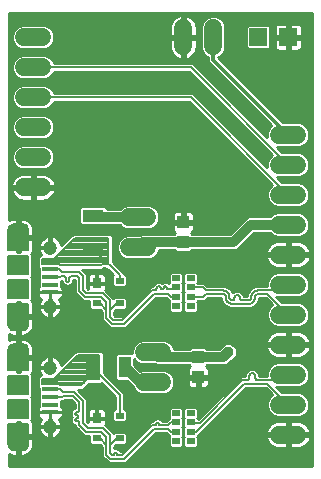
<source format=gtl>
G75*
%MOIN*%
%OFA0B0*%
%FSLAX24Y24*%
%IPPOS*%
%LPD*%
%AMOC8*
5,1,8,0,0,1.08239X$1,22.5*
%
%ADD10R,0.0394X0.0433*%
%ADD11R,0.0709X0.0394*%
%ADD12R,0.0394X0.0709*%
%ADD13C,0.0600*%
%ADD14R,0.0600X0.0600*%
%ADD15C,0.0591*%
%ADD16C,0.0472*%
%ADD17R,0.0531X0.0157*%
%ADD18C,0.0050*%
%ADD19R,0.0295X0.0378*%
%ADD20R,0.0295X0.0213*%
%ADD21R,0.0256X0.0197*%
%ADD22C,0.0060*%
%ADD23C,0.0100*%
%ADD24C,0.0270*%
%ADD25C,0.0320*%
%ADD26C,0.0376*%
%ADD27C,0.0120*%
%ADD28C,0.0080*%
%ADD29C,0.0200*%
D10*
X007150Y008815D03*
X007150Y009485D03*
X007650Y004985D03*
X007650Y004315D03*
D11*
X004150Y008599D03*
X004150Y009701D03*
D12*
X004099Y004650D03*
X005201Y004650D03*
D13*
X005850Y004150D02*
X006450Y004150D01*
X006450Y005150D02*
X005850Y005150D01*
X005950Y008650D02*
X005350Y008650D01*
X005350Y009650D02*
X005950Y009650D01*
X002450Y010650D02*
X001850Y010650D01*
X001850Y011650D02*
X002450Y011650D01*
X002450Y012650D02*
X001850Y012650D01*
X001850Y013650D02*
X002450Y013650D01*
X002450Y014650D02*
X001850Y014650D01*
X001850Y015650D02*
X002450Y015650D01*
X007150Y015350D02*
X007150Y015950D01*
X008150Y015950D02*
X008150Y015350D01*
X010350Y012400D02*
X010950Y012400D01*
X010950Y011400D02*
X010350Y011400D01*
X010350Y010400D02*
X010950Y010400D01*
X010950Y009400D02*
X010350Y009400D01*
X010350Y008400D02*
X010950Y008400D01*
X010950Y007400D02*
X010350Y007400D01*
X010350Y006400D02*
X010950Y006400D01*
X010950Y005400D02*
X010350Y005400D01*
X010350Y004400D02*
X010950Y004400D01*
X010950Y003400D02*
X010350Y003400D01*
X010350Y002400D02*
X010950Y002400D01*
D14*
X010650Y015650D03*
X009650Y015650D03*
D15*
X001650Y008979D03*
X001650Y006321D03*
X001650Y004979D03*
X001650Y002321D03*
D16*
X002713Y002666D03*
X002713Y004634D03*
X002713Y006666D03*
X002713Y008634D03*
D17*
X002713Y008162D03*
X002713Y007906D03*
X002713Y007650D03*
X002713Y007394D03*
X002713Y007138D03*
X002713Y004162D03*
X002713Y003906D03*
X002713Y003650D03*
X002713Y003394D03*
X002713Y003138D03*
D18*
X001975Y003139D02*
X001325Y003139D01*
X001325Y003187D02*
X001975Y003187D01*
X001975Y003236D02*
X001325Y003236D01*
X001325Y003284D02*
X001975Y003284D01*
X001975Y003333D02*
X001325Y003333D01*
X001325Y003381D02*
X001975Y003381D01*
X001975Y003430D02*
X001325Y003430D01*
X001325Y003478D02*
X001975Y003478D01*
X001975Y003527D02*
X001325Y003527D01*
X001325Y003552D02*
X001325Y002961D01*
X001975Y002961D01*
X001975Y003552D01*
X001325Y003552D01*
X001325Y003748D02*
X001975Y003748D01*
X001975Y004339D01*
X001325Y004339D01*
X001325Y003748D01*
X001325Y003769D02*
X001975Y003769D01*
X001975Y003818D02*
X001325Y003818D01*
X001325Y003866D02*
X001975Y003866D01*
X001975Y003915D02*
X001325Y003915D01*
X001325Y003963D02*
X001975Y003963D01*
X001975Y004012D02*
X001325Y004012D01*
X001325Y004060D02*
X001975Y004060D01*
X001975Y004109D02*
X001325Y004109D01*
X001325Y004157D02*
X001975Y004157D01*
X001975Y004206D02*
X001325Y004206D01*
X001325Y004254D02*
X001975Y004254D01*
X001975Y004303D02*
X001325Y004303D01*
X001325Y004556D02*
X001975Y004556D01*
X001975Y005225D01*
X001970Y005269D01*
X001955Y005310D01*
X001932Y005348D01*
X001901Y005379D01*
X001863Y005402D01*
X001822Y005417D01*
X001778Y005422D01*
X001522Y005422D01*
X001478Y005417D01*
X001437Y005402D01*
X001399Y005379D01*
X001368Y005348D01*
X001345Y005310D01*
X001330Y005269D01*
X001325Y005225D01*
X001325Y004556D01*
X001325Y004594D02*
X001975Y004594D01*
X001975Y004642D02*
X001325Y004642D01*
X001325Y004691D02*
X001975Y004691D01*
X001975Y004739D02*
X001325Y004739D01*
X001325Y004788D02*
X001975Y004788D01*
X001975Y004836D02*
X001325Y004836D01*
X001325Y004885D02*
X001975Y004885D01*
X001975Y004933D02*
X001325Y004933D01*
X001325Y004982D02*
X001975Y004982D01*
X001975Y005030D02*
X001325Y005030D01*
X001325Y005079D02*
X001975Y005079D01*
X001975Y005127D02*
X001325Y005127D01*
X001325Y005176D02*
X001975Y005176D01*
X001975Y005224D02*
X001325Y005224D01*
X001332Y005273D02*
X001968Y005273D01*
X001949Y005321D02*
X001351Y005321D01*
X001390Y005370D02*
X001910Y005370D01*
X001810Y005418D02*
X001490Y005418D01*
X001522Y005878D02*
X001478Y005883D01*
X001437Y005898D01*
X001399Y005921D01*
X001368Y005952D01*
X001345Y005990D01*
X001330Y006031D01*
X001325Y006075D01*
X001325Y006744D01*
X001975Y006744D01*
X001975Y006075D01*
X001970Y006031D01*
X001955Y005990D01*
X001932Y005952D01*
X001901Y005921D01*
X001863Y005898D01*
X001822Y005883D01*
X001778Y005878D01*
X001522Y005878D01*
X001428Y005903D02*
X001872Y005903D01*
X001931Y005952D02*
X001369Y005952D01*
X001341Y006000D02*
X001959Y006000D01*
X001972Y006049D02*
X001328Y006049D01*
X001325Y006097D02*
X001975Y006097D01*
X001975Y006146D02*
X001325Y006146D01*
X001325Y006194D02*
X001975Y006194D01*
X001975Y006243D02*
X001325Y006243D01*
X001325Y006291D02*
X001975Y006291D01*
X001975Y006340D02*
X001325Y006340D01*
X001325Y006388D02*
X001975Y006388D01*
X001975Y006437D02*
X001325Y006437D01*
X001325Y006485D02*
X001975Y006485D01*
X001975Y006534D02*
X001325Y006534D01*
X001325Y006582D02*
X001975Y006582D01*
X001975Y006631D02*
X001325Y006631D01*
X001325Y006679D02*
X001975Y006679D01*
X001975Y006728D02*
X001325Y006728D01*
X001325Y006961D02*
X001975Y006961D01*
X001975Y007552D01*
X001325Y007552D01*
X001325Y006961D01*
X001325Y006970D02*
X001975Y006970D01*
X001975Y007019D02*
X001325Y007019D01*
X001325Y007067D02*
X001975Y007067D01*
X001975Y007116D02*
X001325Y007116D01*
X001325Y007164D02*
X001975Y007164D01*
X001975Y007213D02*
X001325Y007213D01*
X001325Y007261D02*
X001975Y007261D01*
X001975Y007310D02*
X001325Y007310D01*
X001325Y007358D02*
X001975Y007358D01*
X001975Y007407D02*
X001325Y007407D01*
X001325Y007455D02*
X001975Y007455D01*
X001975Y007504D02*
X001325Y007504D01*
X001325Y007748D02*
X001975Y007748D01*
X001975Y008339D01*
X001325Y008339D01*
X001325Y007748D01*
X001325Y007795D02*
X001975Y007795D01*
X001975Y007843D02*
X001325Y007843D01*
X001325Y007892D02*
X001975Y007892D01*
X001975Y007940D02*
X001325Y007940D01*
X001325Y007989D02*
X001975Y007989D01*
X001975Y008037D02*
X001325Y008037D01*
X001325Y008086D02*
X001975Y008086D01*
X001975Y008134D02*
X001325Y008134D01*
X001325Y008183D02*
X001975Y008183D01*
X001975Y008231D02*
X001325Y008231D01*
X001325Y008280D02*
X001975Y008280D01*
X001975Y008328D02*
X001325Y008328D01*
X001325Y008556D02*
X001975Y008556D01*
X001975Y009225D01*
X001970Y009269D01*
X001955Y009310D01*
X001932Y009348D01*
X001901Y009379D01*
X001863Y009402D01*
X001822Y009417D01*
X001778Y009422D01*
X001522Y009422D01*
X001478Y009417D01*
X001437Y009402D01*
X001399Y009379D01*
X001368Y009348D01*
X001345Y009310D01*
X001330Y009269D01*
X001325Y009225D01*
X001325Y008556D01*
X001325Y008571D02*
X001975Y008571D01*
X001975Y008619D02*
X001325Y008619D01*
X001325Y008668D02*
X001975Y008668D01*
X001975Y008716D02*
X001325Y008716D01*
X001325Y008765D02*
X001975Y008765D01*
X001975Y008813D02*
X001325Y008813D01*
X001325Y008862D02*
X001975Y008862D01*
X001975Y008910D02*
X001325Y008910D01*
X001325Y008959D02*
X001975Y008959D01*
X001975Y009007D02*
X001325Y009007D01*
X001325Y009056D02*
X001975Y009056D01*
X001975Y009104D02*
X001325Y009104D01*
X001325Y009153D02*
X001975Y009153D01*
X001975Y009201D02*
X001325Y009201D01*
X001328Y009250D02*
X001972Y009250D01*
X001960Y009298D02*
X001340Y009298D01*
X001368Y009347D02*
X001932Y009347D01*
X001875Y009395D02*
X001425Y009395D01*
X001325Y003090D02*
X001975Y003090D01*
X001975Y003042D02*
X001325Y003042D01*
X001325Y002993D02*
X001975Y002993D01*
X001975Y002744D02*
X001325Y002744D01*
X001325Y002075D01*
X001330Y002031D01*
X001345Y001990D01*
X001368Y001952D01*
X001399Y001921D01*
X001437Y001898D01*
X001478Y001883D01*
X001522Y001878D01*
X001778Y001878D01*
X001822Y001883D01*
X001863Y001898D01*
X001901Y001921D01*
X001932Y001952D01*
X001955Y001990D01*
X001970Y002031D01*
X001975Y002075D01*
X001975Y002744D01*
X001975Y002702D02*
X001325Y002702D01*
X001325Y002654D02*
X001975Y002654D01*
X001975Y002605D02*
X001325Y002605D01*
X001325Y002557D02*
X001975Y002557D01*
X001975Y002508D02*
X001325Y002508D01*
X001325Y002460D02*
X001975Y002460D01*
X001975Y002411D02*
X001325Y002411D01*
X001325Y002363D02*
X001975Y002363D01*
X001975Y002314D02*
X001325Y002314D01*
X001325Y002266D02*
X001975Y002266D01*
X001975Y002217D02*
X001325Y002217D01*
X001325Y002169D02*
X001975Y002169D01*
X001975Y002120D02*
X001325Y002120D01*
X001326Y002072D02*
X001974Y002072D01*
X001967Y002023D02*
X001333Y002023D01*
X001354Y001975D02*
X001946Y001975D01*
X001905Y001926D02*
X001395Y001926D01*
D19*
X004266Y002945D03*
X004266Y007445D03*
D20*
X004266Y006772D03*
X005034Y006772D03*
X005034Y007528D03*
X005034Y003028D03*
X005034Y002272D03*
X004266Y002272D03*
D21*
X006904Y002178D03*
X006904Y002493D03*
X006904Y002807D03*
X006904Y003122D03*
X007396Y003122D03*
X007396Y002807D03*
X007396Y002493D03*
X007396Y002178D03*
X007396Y006678D03*
X007396Y006993D03*
X007396Y007307D03*
X007396Y007622D03*
X006904Y007622D03*
X006904Y007307D03*
X006904Y006993D03*
X006904Y006678D03*
D22*
X006904Y006993D02*
X006747Y006993D01*
X006650Y007090D01*
X006175Y007090D01*
X005175Y006090D01*
X004775Y006090D01*
X004590Y006275D01*
X004590Y006550D01*
X004590Y006825D01*
X004425Y006990D01*
X003875Y006990D01*
X003690Y007175D01*
X003690Y007625D01*
X003625Y007690D01*
X003450Y007690D01*
X003433Y007688D01*
X003416Y007684D01*
X003400Y007677D01*
X003386Y007667D01*
X003373Y007654D01*
X003363Y007640D01*
X003356Y007624D01*
X003352Y007607D01*
X003350Y007590D01*
X003350Y007550D01*
X003348Y007537D01*
X003343Y007525D01*
X003335Y007515D01*
X003325Y007507D01*
X003313Y007502D01*
X003300Y007500D01*
X003287Y007502D01*
X003275Y007507D01*
X003265Y007515D01*
X003257Y007525D01*
X003252Y007537D01*
X003250Y007550D01*
X003250Y007600D01*
X003248Y007618D01*
X003243Y007634D01*
X003235Y007650D01*
X003224Y007664D01*
X003210Y007675D01*
X003194Y007683D01*
X003178Y007688D01*
X003160Y007690D01*
X003100Y007690D01*
X003060Y007650D01*
X002713Y007650D01*
X002713Y007906D02*
X003004Y007906D01*
X003100Y007810D01*
X003675Y007810D01*
X003810Y007675D01*
X003810Y007225D01*
X003925Y007110D01*
X004475Y007110D01*
X004710Y006875D01*
X004710Y006550D01*
X004932Y006772D01*
X005034Y006772D01*
X004710Y006550D02*
X004710Y006325D01*
X004825Y006210D01*
X005125Y006210D01*
X006125Y007210D01*
X006210Y007210D01*
X006220Y007211D01*
X006230Y007215D01*
X006238Y007222D01*
X006245Y007230D01*
X006249Y007240D01*
X006250Y007250D01*
X006252Y007267D01*
X006256Y007284D01*
X006263Y007300D01*
X006273Y007314D01*
X006286Y007327D01*
X006300Y007337D01*
X006316Y007344D01*
X006333Y007348D01*
X006350Y007350D01*
X006363Y007348D01*
X006375Y007343D01*
X006385Y007335D01*
X006393Y007325D01*
X006398Y007313D01*
X006400Y007300D01*
X006450Y007250D02*
X006463Y007252D01*
X006475Y007257D01*
X006485Y007265D01*
X006493Y007275D01*
X006498Y007287D01*
X006500Y007300D01*
X006450Y007250D02*
X006437Y007252D01*
X006425Y007257D01*
X006415Y007265D01*
X006407Y007275D01*
X006402Y007287D01*
X006400Y007300D01*
X006550Y007350D02*
X006563Y007348D01*
X006575Y007343D01*
X006585Y007335D01*
X006593Y007325D01*
X006598Y007313D01*
X006600Y007300D01*
X006602Y007287D01*
X006607Y007275D01*
X006615Y007265D01*
X006625Y007257D01*
X006637Y007252D01*
X006650Y007250D01*
X006846Y007250D01*
X006904Y007307D01*
X006550Y007350D02*
X006537Y007348D01*
X006525Y007343D01*
X006515Y007335D01*
X006507Y007325D01*
X006502Y007313D01*
X006500Y007300D01*
X007396Y007307D02*
X007803Y007307D01*
X007900Y007210D01*
X008463Y007210D01*
X008463Y007090D02*
X007900Y007090D01*
X007803Y006993D01*
X007396Y006993D01*
X008463Y007090D02*
X008481Y007088D01*
X008499Y007084D01*
X008516Y007076D01*
X008530Y007065D01*
X008543Y007052D01*
X008554Y007038D01*
X008562Y007021D01*
X008566Y007003D01*
X008568Y006985D01*
X008688Y006985D02*
X008686Y007012D01*
X008681Y007039D01*
X008673Y007065D01*
X008662Y007090D01*
X008648Y007113D01*
X008631Y007134D01*
X008612Y007153D01*
X008591Y007170D01*
X008568Y007184D01*
X008543Y007195D01*
X008517Y007203D01*
X008490Y007208D01*
X008463Y007210D01*
X008568Y006985D02*
X008570Y006958D01*
X008575Y006931D01*
X008583Y006905D01*
X008594Y006880D01*
X008608Y006857D01*
X008625Y006836D01*
X008644Y006817D01*
X008665Y006800D01*
X008688Y006786D01*
X008713Y006775D01*
X008739Y006767D01*
X008766Y006762D01*
X008793Y006760D01*
X009320Y006760D01*
X009320Y006880D02*
X009120Y006880D01*
X009104Y006882D01*
X009090Y006887D01*
X009076Y006895D01*
X009065Y006906D01*
X009057Y006920D01*
X009052Y006934D01*
X009050Y006950D01*
X009048Y006967D01*
X009044Y006984D01*
X009037Y007000D01*
X009027Y007014D01*
X009014Y007027D01*
X009000Y007037D01*
X008984Y007044D01*
X008967Y007048D01*
X008950Y007050D01*
X008933Y007048D01*
X008916Y007044D01*
X008900Y007037D01*
X008886Y007027D01*
X008873Y007014D01*
X008863Y007000D01*
X008856Y006984D01*
X008852Y006967D01*
X008850Y006950D01*
X008850Y006937D01*
X008849Y006924D01*
X008844Y006912D01*
X008838Y006901D01*
X008829Y006892D01*
X008818Y006886D01*
X008806Y006881D01*
X008793Y006880D01*
X008775Y006882D01*
X008757Y006886D01*
X008741Y006894D01*
X008726Y006905D01*
X008713Y006918D01*
X008702Y006933D01*
X008694Y006949D01*
X008690Y006967D01*
X008688Y006985D01*
X009320Y006760D02*
X009347Y006762D01*
X009374Y006767D01*
X009400Y006775D01*
X009425Y006786D01*
X009448Y006800D01*
X009469Y006817D01*
X009488Y006836D01*
X009505Y006857D01*
X009519Y006880D01*
X009530Y006905D01*
X009538Y006931D01*
X009543Y006958D01*
X009545Y006985D01*
X009547Y007003D01*
X009551Y007021D01*
X009559Y007038D01*
X009570Y007052D01*
X009583Y007065D01*
X009598Y007076D01*
X009614Y007084D01*
X009632Y007088D01*
X009650Y007090D01*
X009960Y007090D01*
X010650Y006400D01*
X010460Y007210D02*
X009650Y007210D01*
X009623Y007208D01*
X009596Y007203D01*
X009570Y007195D01*
X009545Y007184D01*
X009522Y007170D01*
X009501Y007153D01*
X009482Y007134D01*
X009465Y007113D01*
X009451Y007090D01*
X009440Y007065D01*
X009432Y007039D01*
X009427Y007012D01*
X009425Y006985D01*
X009423Y006967D01*
X009419Y006949D01*
X009411Y006933D01*
X009400Y006918D01*
X009387Y006905D01*
X009373Y006894D01*
X009356Y006886D01*
X009338Y006882D01*
X009320Y006880D01*
X010460Y007210D02*
X010650Y007400D01*
X010650Y004400D02*
X010460Y004210D01*
X009650Y004210D01*
X009633Y004212D01*
X009616Y004216D01*
X009600Y004223D01*
X009586Y004233D01*
X009573Y004246D01*
X009563Y004260D01*
X009556Y004276D01*
X009552Y004293D01*
X009550Y004310D01*
X009550Y004350D01*
X009548Y004367D01*
X009544Y004384D01*
X009537Y004400D01*
X009527Y004414D01*
X009514Y004427D01*
X009500Y004437D01*
X009484Y004444D01*
X009467Y004448D01*
X009450Y004450D01*
X009433Y004448D01*
X009416Y004444D01*
X009400Y004437D01*
X009386Y004427D01*
X009373Y004414D01*
X009363Y004400D01*
X009356Y004384D01*
X009352Y004367D01*
X009350Y004350D01*
X009350Y004310D01*
X009348Y004293D01*
X009344Y004276D01*
X009337Y004260D01*
X009327Y004246D01*
X009314Y004233D01*
X009300Y004223D01*
X009284Y004216D01*
X009267Y004212D01*
X009250Y004210D01*
X009125Y004210D01*
X007708Y002792D01*
X007411Y002792D01*
X007396Y002807D01*
X007396Y002493D02*
X007577Y002493D01*
X009175Y004090D01*
X009960Y004090D01*
X010650Y003400D01*
X006904Y002807D02*
X006747Y002807D01*
X006650Y002710D01*
X006390Y002710D01*
X006380Y002711D01*
X006370Y002715D01*
X006362Y002722D01*
X006355Y002730D01*
X006351Y002740D01*
X006350Y002750D01*
X006348Y002763D01*
X006343Y002775D01*
X006335Y002785D01*
X006325Y002793D01*
X006313Y002798D01*
X006300Y002800D01*
X006287Y002798D01*
X006275Y002793D01*
X006265Y002785D01*
X006257Y002775D01*
X006252Y002763D01*
X006250Y002750D01*
X006249Y002740D01*
X006245Y002730D01*
X006238Y002722D01*
X006230Y002715D01*
X006220Y002711D01*
X006210Y002710D01*
X006125Y002710D01*
X005125Y001710D01*
X004990Y001710D01*
X004980Y001711D01*
X004970Y001715D01*
X004962Y001722D01*
X004955Y001730D01*
X004951Y001740D01*
X004950Y001750D01*
X004948Y001763D01*
X004943Y001775D01*
X004935Y001785D01*
X004925Y001793D01*
X004913Y001798D01*
X004900Y001800D01*
X004887Y001798D01*
X004875Y001793D01*
X004865Y001785D01*
X004857Y001775D01*
X004852Y001763D01*
X004850Y001750D01*
X004849Y001740D01*
X004845Y001730D01*
X004838Y001722D01*
X004830Y001715D01*
X004820Y001711D01*
X004810Y001710D01*
X004775Y001710D01*
X004710Y001775D01*
X004710Y002050D01*
X004710Y002375D01*
X004475Y002610D01*
X003975Y002610D01*
X003810Y002775D01*
X003810Y003525D01*
X003525Y003810D01*
X003150Y003810D01*
X003054Y003906D01*
X002713Y003906D01*
X002713Y003650D02*
X003110Y003650D01*
X003150Y003690D01*
X003475Y003690D01*
X003690Y003475D01*
X003690Y003240D01*
X003688Y003222D01*
X003683Y003206D01*
X003675Y003190D01*
X003664Y003176D01*
X003650Y003165D01*
X003634Y003157D01*
X003618Y003152D01*
X003600Y003150D01*
X003587Y003148D01*
X003575Y003143D01*
X003565Y003135D01*
X003557Y003125D01*
X003552Y003113D01*
X003550Y003100D01*
X003552Y003087D01*
X003557Y003075D01*
X003565Y003065D01*
X003575Y003057D01*
X003587Y003052D01*
X003600Y003050D01*
X003613Y003048D01*
X003625Y003043D01*
X003635Y003035D01*
X003643Y003025D01*
X003648Y003013D01*
X003650Y003000D01*
X003648Y002987D01*
X003643Y002975D01*
X003635Y002965D01*
X003625Y002957D01*
X003613Y002952D01*
X003600Y002950D01*
X003587Y002948D01*
X003575Y002943D01*
X003565Y002935D01*
X003557Y002925D01*
X003552Y002913D01*
X003550Y002900D01*
X003552Y002887D01*
X003557Y002875D01*
X003565Y002865D01*
X003575Y002857D01*
X003587Y002852D01*
X003600Y002850D01*
X003650Y002850D01*
X003660Y002849D01*
X003670Y002845D01*
X003678Y002838D01*
X003685Y002830D01*
X003689Y002820D01*
X003690Y002810D01*
X003690Y002725D01*
X003925Y002490D01*
X004425Y002490D01*
X004590Y002325D01*
X004590Y002050D01*
X004368Y002272D01*
X004266Y002272D01*
X004590Y002050D02*
X004590Y001725D01*
X004725Y001590D01*
X005175Y001590D01*
X006175Y002590D01*
X006650Y002590D01*
X006747Y002493D01*
X006904Y002493D01*
X005034Y002272D02*
X004932Y002272D01*
X004710Y002050D01*
X004590Y006550D02*
X004368Y006772D01*
X004266Y006772D01*
D23*
X001350Y001744D02*
X001350Y001350D01*
X011450Y001350D01*
X011450Y016450D01*
X001350Y016450D01*
X001350Y009556D01*
X001414Y009582D01*
X001414Y009582D01*
X001485Y009597D01*
X001602Y009597D01*
X001602Y009027D01*
X001698Y009027D01*
X001698Y009597D01*
X001815Y009597D01*
X001886Y009582D01*
X001886Y009582D01*
X001954Y009554D01*
X001954Y009554D01*
X002006Y009520D01*
X002015Y009514D01*
X002015Y009514D01*
X002015Y009514D01*
X002067Y009462D01*
X002107Y009401D01*
X002107Y009401D01*
X002136Y009333D01*
X002136Y009333D01*
X002150Y009261D01*
X002150Y009027D01*
X001698Y009027D01*
X001698Y008930D01*
X001698Y008474D01*
X001602Y008474D01*
X001602Y008930D01*
X001698Y008930D01*
X002150Y008930D01*
X002150Y008579D01*
X002150Y008532D01*
X002138Y008488D01*
X002115Y008448D01*
X002086Y008419D01*
X002110Y008395D01*
X002110Y007693D01*
X002067Y007650D01*
X002110Y007607D01*
X002110Y006905D01*
X002086Y006881D01*
X002115Y006852D01*
X002138Y006812D01*
X002150Y006768D01*
X002150Y006370D01*
X001698Y006370D01*
X001698Y006826D01*
X001602Y006826D01*
X001602Y006370D01*
X001698Y006370D01*
X001698Y006273D01*
X001698Y005703D01*
X001815Y005703D01*
X001886Y005718D01*
X001886Y005718D01*
X001954Y005746D01*
X002015Y005786D01*
X002067Y005838D01*
X002067Y005838D01*
X002107Y005899D01*
X002136Y005967D01*
X002150Y006039D01*
X002150Y006273D01*
X001698Y006273D01*
X001602Y006273D01*
X001602Y005703D01*
X001485Y005703D01*
X001414Y005718D01*
X001414Y005718D01*
X001350Y005744D01*
X001350Y005556D01*
X001414Y005582D01*
X001414Y005582D01*
X001485Y005597D01*
X001602Y005597D01*
X001602Y005027D01*
X001698Y005027D01*
X001698Y005597D01*
X001815Y005597D01*
X001886Y005582D01*
X001886Y005582D01*
X001954Y005554D01*
X001954Y005554D01*
X001999Y005524D01*
X002015Y005514D01*
X002015Y005514D01*
X002015Y005514D01*
X002067Y005462D01*
X002107Y005401D01*
X002107Y005401D01*
X002136Y005333D01*
X002136Y005333D01*
X002150Y005261D01*
X002150Y005027D01*
X001698Y005027D01*
X001698Y004930D01*
X001698Y004474D01*
X001602Y004474D01*
X001602Y004930D01*
X001698Y004930D01*
X002150Y004930D01*
X002150Y004579D01*
X002150Y004532D01*
X002138Y004488D01*
X002115Y004448D01*
X002086Y004419D01*
X002110Y004395D01*
X002110Y003693D01*
X002067Y003650D01*
X002110Y003607D01*
X002110Y002905D01*
X002086Y002881D01*
X002115Y002852D01*
X002138Y002812D01*
X002150Y002768D01*
X002150Y002370D01*
X001698Y002370D01*
X001698Y002826D01*
X001602Y002826D01*
X001602Y002370D01*
X001698Y002370D01*
X001698Y002273D01*
X001698Y001703D01*
X001815Y001703D01*
X001886Y001718D01*
X001886Y001718D01*
X001954Y001746D01*
X002015Y001786D01*
X002067Y001838D01*
X002067Y001838D01*
X002107Y001899D01*
X002136Y001967D01*
X002150Y002039D01*
X002150Y002273D01*
X001698Y002273D01*
X001602Y002273D01*
X001602Y001703D01*
X001485Y001703D01*
X001414Y001718D01*
X001414Y001718D01*
X001350Y001744D01*
X001350Y001741D02*
X001357Y001741D01*
X001350Y001643D02*
X004475Y001643D01*
X004450Y001667D02*
X004532Y001585D01*
X004667Y001450D01*
X005233Y001450D01*
X005315Y001532D01*
X006233Y002450D01*
X006592Y002450D01*
X006666Y002376D01*
X006666Y002349D01*
X006679Y002335D01*
X006666Y002322D01*
X006666Y002034D01*
X006730Y001969D01*
X007077Y001969D01*
X007142Y002034D01*
X007142Y002322D01*
X007128Y002335D01*
X007142Y002349D01*
X007142Y002637D01*
X007128Y002650D01*
X007142Y002663D01*
X007142Y002951D01*
X007128Y002965D01*
X007142Y002978D01*
X007142Y003266D01*
X007077Y003331D01*
X006730Y003331D01*
X006666Y003266D01*
X006666Y002978D01*
X006679Y002965D01*
X006666Y002951D01*
X006666Y002924D01*
X006592Y002850D01*
X006462Y002850D01*
X006439Y002889D01*
X006368Y002930D01*
X006358Y002940D01*
X006242Y002940D01*
X006232Y002930D01*
X006161Y002889D01*
X006138Y002850D01*
X006067Y002850D01*
X005067Y001850D01*
X005062Y001850D01*
X005039Y001889D01*
X004968Y001930D01*
X004958Y001940D01*
X004850Y001940D01*
X004850Y001992D01*
X004914Y002056D01*
X005227Y002056D01*
X005291Y002120D01*
X005291Y002424D01*
X005227Y002488D01*
X004841Y002488D01*
X004818Y002465D01*
X004768Y002515D01*
X004560Y002723D01*
X004564Y002737D01*
X004564Y002921D01*
X004290Y002921D01*
X004290Y002969D01*
X004564Y002969D01*
X004564Y003154D01*
X004554Y003192D01*
X004534Y003226D01*
X004506Y003254D01*
X004472Y003274D01*
X004434Y003284D01*
X004290Y003284D01*
X004290Y002969D01*
X004242Y002969D01*
X004242Y002921D01*
X003969Y002921D01*
X003969Y002814D01*
X003950Y002833D01*
X003950Y003583D01*
X003868Y003665D01*
X003633Y003900D01*
X003812Y003900D01*
X004012Y004100D01*
X004412Y004100D01*
X004424Y004112D01*
X004884Y003653D01*
X004884Y003244D01*
X004841Y003244D01*
X004776Y003180D01*
X004776Y002876D01*
X004841Y002812D01*
X005227Y002812D01*
X005291Y002876D01*
X005291Y003180D01*
X005227Y003244D01*
X005184Y003244D01*
X005184Y003777D01*
X004500Y004461D01*
X004500Y005112D01*
X004412Y005200D01*
X003588Y005200D01*
X003093Y004705D01*
X003084Y004747D01*
X003055Y004817D01*
X003013Y004880D01*
X002959Y004934D01*
X002896Y004977D01*
X002826Y005006D01*
X002751Y005020D01*
X002742Y005020D01*
X002742Y004663D01*
X002684Y004663D01*
X002684Y004606D01*
X002327Y004606D01*
X002327Y004596D01*
X002342Y004522D01*
X002371Y004451D01*
X002405Y004400D01*
X002388Y004400D01*
X002300Y004312D01*
X002300Y003988D01*
X002337Y003951D01*
X002337Y003782D01*
X002341Y003778D01*
X002337Y003774D01*
X002337Y003526D01*
X002341Y003522D01*
X002337Y003518D01*
X002337Y003319D01*
X002327Y003309D01*
X002307Y003275D01*
X002297Y003237D01*
X002297Y003138D01*
X002297Y003040D01*
X002307Y003002D01*
X002327Y002967D01*
X002355Y002939D01*
X002389Y002920D01*
X002414Y002913D01*
X002413Y002912D01*
X002371Y002849D01*
X002342Y002778D01*
X002327Y002704D01*
X002327Y002694D01*
X002684Y002694D01*
X002684Y002637D01*
X002327Y002637D01*
X002327Y002628D01*
X002342Y002553D01*
X002371Y002483D01*
X002413Y002420D01*
X002467Y002366D01*
X002530Y002323D01*
X002600Y002294D01*
X002675Y002280D01*
X002684Y002280D01*
X002684Y002637D01*
X002742Y002637D01*
X002742Y002694D01*
X003099Y002694D01*
X003099Y002704D01*
X003084Y002778D01*
X003055Y002849D01*
X003013Y002912D01*
X003012Y002913D01*
X003037Y002920D01*
X003071Y002939D01*
X003099Y002967D01*
X003119Y003002D01*
X003129Y003040D01*
X003129Y003138D01*
X002713Y003138D01*
X002713Y002909D01*
X002713Y003138D01*
X002713Y003138D01*
X002713Y003138D01*
X002297Y003138D01*
X002713Y003138D01*
X002713Y003138D01*
X003129Y003138D01*
X003129Y003237D01*
X003119Y003275D01*
X003099Y003309D01*
X003089Y003319D01*
X003089Y003510D01*
X003168Y003510D01*
X003208Y003550D01*
X003417Y003550D01*
X003550Y003417D01*
X003550Y003290D01*
X003542Y003290D01*
X003532Y003280D01*
X003461Y003239D01*
X003461Y003239D01*
X003420Y003168D01*
X003410Y003158D01*
X003410Y003042D01*
X003420Y003032D01*
X003438Y003000D01*
X003420Y002968D01*
X003410Y002958D01*
X003410Y002842D01*
X003420Y002832D01*
X003461Y002761D01*
X003532Y002720D01*
X003542Y002710D01*
X003550Y002710D01*
X003550Y002667D01*
X003632Y002585D01*
X003785Y002432D01*
X003867Y002350D01*
X004009Y002350D01*
X004009Y002120D01*
X004073Y002056D01*
X004386Y002056D01*
X004450Y001992D01*
X004450Y001667D01*
X004450Y001741D02*
X001943Y001741D01*
X001954Y001746D02*
X001954Y001746D01*
X002015Y001786D02*
X002015Y001786D01*
X002068Y001840D02*
X004450Y001840D01*
X004450Y001938D02*
X002124Y001938D01*
X002136Y001967D02*
X002136Y001967D01*
X002149Y002037D02*
X004406Y002037D01*
X004009Y002135D02*
X002150Y002135D01*
X002150Y002234D02*
X004009Y002234D01*
X004009Y002332D02*
X002909Y002332D01*
X002896Y002323D02*
X002959Y002366D01*
X003013Y002420D01*
X003055Y002483D01*
X003084Y002553D01*
X003099Y002628D01*
X003099Y002637D01*
X002742Y002637D01*
X002742Y002280D01*
X002751Y002280D01*
X002826Y002294D01*
X002896Y002323D01*
X002742Y002332D02*
X002684Y002332D01*
X002684Y002431D02*
X002742Y002431D01*
X002742Y002529D02*
X002684Y002529D01*
X002684Y002628D02*
X002742Y002628D01*
X002742Y002694D02*
X002684Y002694D01*
X002684Y002909D01*
X002713Y002909D01*
X002742Y002909D01*
X002742Y002694D01*
X002742Y002726D02*
X002684Y002726D01*
X002684Y002825D02*
X002742Y002825D01*
X002713Y002923D02*
X002713Y002923D01*
X002713Y003022D02*
X002713Y003022D01*
X002713Y003120D02*
X002713Y003120D01*
X003042Y002923D02*
X003410Y002923D01*
X003424Y002825D02*
X003065Y002825D01*
X003095Y002726D02*
X003521Y002726D01*
X003461Y002761D02*
X003461Y002761D01*
X003461Y002761D01*
X003590Y002628D02*
X003099Y002628D01*
X003074Y002529D02*
X003688Y002529D01*
X003787Y002431D02*
X003020Y002431D01*
X002517Y002332D02*
X001698Y002332D01*
X001698Y002234D02*
X001602Y002234D01*
X001602Y002135D02*
X001698Y002135D01*
X001698Y002037D02*
X001602Y002037D01*
X001602Y001938D02*
X001698Y001938D01*
X001698Y001840D02*
X001602Y001840D01*
X001602Y001741D02*
X001698Y001741D01*
X001350Y001544D02*
X004573Y001544D01*
X004960Y001938D02*
X005155Y001938D01*
X005039Y001889D02*
X005039Y001889D01*
X004894Y002037D02*
X005254Y002037D01*
X005291Y002135D02*
X005352Y002135D01*
X005291Y002234D02*
X005451Y002234D01*
X005549Y002332D02*
X005291Y002332D01*
X005285Y002431D02*
X005648Y002431D01*
X005746Y002529D02*
X004754Y002529D01*
X004655Y002628D02*
X005845Y002628D01*
X005943Y002726D02*
X004561Y002726D01*
X004564Y002825D02*
X004828Y002825D01*
X004776Y002923D02*
X004290Y002923D01*
X004242Y002923D02*
X003950Y002923D01*
X003969Y002969D02*
X004242Y002969D01*
X004242Y003284D01*
X004099Y003284D01*
X004061Y003274D01*
X004026Y003254D01*
X003998Y003226D01*
X003979Y003192D01*
X003969Y003154D01*
X003969Y002969D01*
X003969Y003022D02*
X003950Y003022D01*
X003950Y003120D02*
X003969Y003120D01*
X003950Y003219D02*
X003994Y003219D01*
X003950Y003317D02*
X004884Y003317D01*
X004884Y003416D02*
X003950Y003416D01*
X003950Y003514D02*
X004884Y003514D01*
X004884Y003613D02*
X003920Y003613D01*
X003822Y003711D02*
X004826Y003711D01*
X004727Y003810D02*
X003723Y003810D01*
X003820Y003908D02*
X004629Y003908D01*
X004530Y004007D02*
X003919Y004007D01*
X004417Y004105D02*
X004432Y004105D01*
X004560Y004401D02*
X004894Y004401D01*
X004894Y004499D02*
X004500Y004499D01*
X004500Y004598D02*
X004894Y004598D01*
X004894Y004696D02*
X004500Y004696D01*
X004500Y004795D02*
X004894Y004795D01*
X004894Y004893D02*
X004500Y004893D01*
X004500Y004992D02*
X004894Y004992D01*
X004894Y005050D02*
X004894Y004250D01*
X004959Y004186D01*
X005284Y004186D01*
X005468Y004002D01*
X005502Y003918D01*
X005618Y003802D01*
X005768Y003740D01*
X006532Y003740D01*
X006682Y003802D01*
X006798Y003918D01*
X006860Y004068D01*
X006860Y004232D01*
X006798Y004382D01*
X006682Y004498D01*
X006532Y004560D01*
X005768Y004560D01*
X005701Y004532D01*
X005508Y004725D01*
X005508Y004912D01*
X005618Y004802D01*
X005768Y004740D01*
X006200Y004740D01*
X006262Y004715D01*
X007351Y004715D01*
X007394Y004671D01*
X007361Y004652D01*
X007333Y004624D01*
X007313Y004590D01*
X007303Y004552D01*
X007303Y004364D01*
X007602Y004364D01*
X007602Y004267D01*
X007698Y004267D01*
X007698Y003949D01*
X007867Y003949D01*
X007905Y003959D01*
X007939Y003979D01*
X007967Y004007D01*
X007987Y004041D01*
X007997Y004079D01*
X007997Y004267D01*
X007698Y004267D01*
X007698Y004364D01*
X007997Y004364D01*
X007997Y004552D01*
X007987Y004590D01*
X007967Y004624D01*
X007939Y004652D01*
X007906Y004671D01*
X007949Y004715D01*
X008538Y004715D01*
X008638Y004756D01*
X008751Y004869D01*
X008819Y004897D01*
X008903Y004981D01*
X008948Y005091D01*
X008948Y005209D01*
X008903Y005319D01*
X008819Y005403D01*
X008709Y005448D01*
X008591Y005448D01*
X008481Y005403D01*
X008397Y005319D01*
X008371Y005255D01*
X007949Y005255D01*
X007892Y005311D01*
X007408Y005311D01*
X007351Y005255D01*
X006850Y005255D01*
X006798Y005382D01*
X006682Y005498D01*
X006532Y005560D01*
X005768Y005560D01*
X005618Y005498D01*
X005502Y005382D01*
X005440Y005232D01*
X005440Y005114D01*
X004959Y005114D01*
X004894Y005050D01*
X004934Y005090D02*
X004500Y005090D01*
X004424Y005189D02*
X005440Y005189D01*
X005463Y005287D02*
X002145Y005287D01*
X002150Y005189D02*
X003576Y005189D01*
X003478Y005090D02*
X002150Y005090D01*
X002150Y004893D02*
X002426Y004893D01*
X002413Y004880D02*
X002371Y004817D01*
X002342Y004747D01*
X002327Y004672D01*
X002327Y004663D01*
X002684Y004663D01*
X002684Y005020D01*
X002675Y005020D01*
X002600Y005006D01*
X002530Y004977D01*
X002467Y004934D01*
X002413Y004880D01*
X002361Y004795D02*
X002150Y004795D01*
X002150Y004696D02*
X002331Y004696D01*
X002327Y004598D02*
X002150Y004598D01*
X002141Y004499D02*
X002351Y004499D01*
X002405Y004401D02*
X002104Y004401D01*
X002110Y004302D02*
X002300Y004302D01*
X002300Y004204D02*
X002110Y004204D01*
X002110Y004105D02*
X002300Y004105D01*
X002300Y004007D02*
X002110Y004007D01*
X002110Y003908D02*
X002337Y003908D01*
X002337Y003810D02*
X002110Y003810D01*
X002110Y003711D02*
X002337Y003711D01*
X002337Y003613D02*
X002105Y003613D01*
X002110Y003514D02*
X002337Y003514D01*
X002337Y003416D02*
X002110Y003416D01*
X002110Y003317D02*
X002335Y003317D01*
X002297Y003219D02*
X002110Y003219D01*
X002110Y003120D02*
X002297Y003120D01*
X002302Y003022D02*
X002110Y003022D01*
X002110Y002923D02*
X002384Y002923D01*
X002361Y002825D02*
X002131Y002825D01*
X002150Y002726D02*
X002331Y002726D01*
X002327Y002628D02*
X002150Y002628D01*
X002150Y002529D02*
X002352Y002529D01*
X002406Y002431D02*
X002150Y002431D01*
X001698Y002431D02*
X001602Y002431D01*
X001602Y002529D02*
X001698Y002529D01*
X001698Y002628D02*
X001602Y002628D01*
X001602Y002726D02*
X001698Y002726D01*
X001698Y002825D02*
X001602Y002825D01*
X002107Y001899D02*
X002107Y001899D01*
X001350Y001446D02*
X011450Y001446D01*
X011450Y001544D02*
X005327Y001544D01*
X005425Y001643D02*
X011450Y001643D01*
X011450Y001741D02*
X005524Y001741D01*
X005622Y001840D02*
X011450Y001840D01*
X011450Y001938D02*
X005721Y001938D01*
X005819Y002037D02*
X006666Y002037D01*
X006666Y002135D02*
X005918Y002135D01*
X006016Y002234D02*
X006666Y002234D01*
X006676Y002332D02*
X006115Y002332D01*
X006213Y002431D02*
X006612Y002431D01*
X006439Y002889D02*
X006439Y002889D01*
X006439Y002889D01*
X006380Y002923D02*
X006665Y002923D01*
X006666Y003022D02*
X005291Y003022D01*
X005291Y003120D02*
X006666Y003120D01*
X006666Y003219D02*
X005253Y003219D01*
X005184Y003317D02*
X006717Y003317D01*
X007091Y003317D02*
X007209Y003317D01*
X007223Y003331D02*
X007158Y003266D01*
X007158Y002978D01*
X007172Y002965D01*
X007158Y002951D01*
X007158Y002663D01*
X007172Y002650D01*
X007158Y002637D01*
X007158Y002349D01*
X007172Y002335D01*
X007158Y002322D01*
X007158Y002034D01*
X007223Y001969D01*
X007570Y001969D01*
X007634Y002034D01*
X007634Y002322D01*
X007621Y002335D01*
X007634Y002349D01*
X007634Y002353D01*
X007635Y002353D01*
X007717Y002435D01*
X009233Y003950D01*
X009902Y003950D01*
X010111Y003741D01*
X010002Y003632D01*
X009940Y003482D01*
X009940Y003318D01*
X010002Y003168D01*
X010118Y003052D01*
X010268Y002990D01*
X011032Y002990D01*
X011182Y003052D01*
X011298Y003168D01*
X011360Y003318D01*
X011360Y003482D01*
X011298Y003632D01*
X011182Y003748D01*
X011032Y003810D01*
X010438Y003810D01*
X010251Y003997D01*
X010268Y003990D01*
X011032Y003990D01*
X011182Y004052D01*
X011298Y004168D01*
X011360Y004318D01*
X011360Y004482D01*
X011298Y004632D01*
X011182Y004748D01*
X011032Y004810D01*
X010268Y004810D01*
X010118Y004748D01*
X010002Y004632D01*
X009940Y004482D01*
X009940Y004350D01*
X009690Y004350D01*
X009690Y004414D01*
X009626Y004526D01*
X009626Y004526D01*
X009626Y004526D01*
X009514Y004590D01*
X009386Y004590D01*
X009274Y004526D01*
X009210Y004414D01*
X009210Y004350D01*
X009067Y004350D01*
X008985Y004268D01*
X007650Y002932D01*
X007634Y002932D01*
X007634Y002951D01*
X007621Y002965D01*
X007634Y002978D01*
X007634Y003266D01*
X007570Y003331D01*
X007223Y003331D01*
X007158Y003219D02*
X007142Y003219D01*
X007142Y003120D02*
X007158Y003120D01*
X007158Y003022D02*
X007142Y003022D01*
X007142Y002923D02*
X007158Y002923D01*
X007158Y002825D02*
X007142Y002825D01*
X007142Y002726D02*
X007158Y002726D01*
X007158Y002628D02*
X007142Y002628D01*
X007142Y002529D02*
X007158Y002529D01*
X007158Y002431D02*
X007142Y002431D01*
X007131Y002332D02*
X007169Y002332D01*
X007158Y002234D02*
X007142Y002234D01*
X007142Y002135D02*
X007158Y002135D01*
X007158Y002037D02*
X007142Y002037D01*
X007634Y002037D02*
X010085Y002037D01*
X010057Y002057D02*
X010114Y002015D01*
X010177Y001983D01*
X010245Y001961D01*
X010315Y001950D01*
X010600Y001950D01*
X010600Y002350D01*
X010700Y002350D01*
X010700Y002450D01*
X010600Y002450D01*
X010600Y002850D01*
X010315Y002850D01*
X010245Y002839D01*
X010177Y002817D01*
X010114Y002785D01*
X010057Y002743D01*
X010007Y002693D01*
X009965Y002636D01*
X009933Y002573D01*
X009911Y002505D01*
X009902Y002450D01*
X010600Y002450D01*
X010600Y002350D01*
X009902Y002350D01*
X009911Y002295D01*
X009933Y002227D01*
X009965Y002164D01*
X010007Y002107D01*
X010057Y002057D01*
X009986Y002135D02*
X007634Y002135D01*
X007634Y002234D02*
X009931Y002234D01*
X009905Y002332D02*
X007624Y002332D01*
X007713Y002431D02*
X010600Y002431D01*
X010600Y002529D02*
X010700Y002529D01*
X010700Y002450D02*
X010700Y002850D01*
X010985Y002850D01*
X011055Y002839D01*
X011123Y002817D01*
X011186Y002785D01*
X011243Y002743D01*
X011293Y002693D01*
X011335Y002636D01*
X011367Y002573D01*
X011389Y002505D01*
X011398Y002450D01*
X010700Y002450D01*
X010700Y002431D02*
X011450Y002431D01*
X011398Y002350D02*
X010700Y002350D01*
X010700Y001950D01*
X010985Y001950D01*
X011055Y001961D01*
X011123Y001983D01*
X011186Y002015D01*
X011243Y002057D01*
X011293Y002107D01*
X011335Y002164D01*
X011367Y002227D01*
X011389Y002295D01*
X011398Y002350D01*
X011395Y002332D02*
X011450Y002332D01*
X011450Y002234D02*
X011369Y002234D01*
X011314Y002135D02*
X011450Y002135D01*
X011450Y002037D02*
X011215Y002037D01*
X010700Y002037D02*
X010600Y002037D01*
X010600Y002135D02*
X010700Y002135D01*
X010700Y002234D02*
X010600Y002234D01*
X010600Y002332D02*
X010700Y002332D01*
X010700Y002628D02*
X010600Y002628D01*
X010600Y002726D02*
X010700Y002726D01*
X010700Y002825D02*
X010600Y002825D01*
X010200Y002825D02*
X008107Y002825D01*
X008206Y002923D02*
X011450Y002923D01*
X011450Y002825D02*
X011100Y002825D01*
X011260Y002726D02*
X011450Y002726D01*
X011450Y002628D02*
X011339Y002628D01*
X011381Y002529D02*
X011450Y002529D01*
X011450Y003022D02*
X011108Y003022D01*
X011250Y003120D02*
X011450Y003120D01*
X011450Y003219D02*
X011319Y003219D01*
X011359Y003317D02*
X011450Y003317D01*
X011450Y003416D02*
X011360Y003416D01*
X011347Y003514D02*
X011450Y003514D01*
X011450Y003613D02*
X011306Y003613D01*
X011219Y003711D02*
X011450Y003711D01*
X011450Y003810D02*
X011033Y003810D01*
X011071Y004007D02*
X011450Y004007D01*
X011450Y004105D02*
X011235Y004105D01*
X011312Y004204D02*
X011450Y004204D01*
X011450Y004302D02*
X011353Y004302D01*
X011360Y004401D02*
X011450Y004401D01*
X011450Y004499D02*
X011353Y004499D01*
X011312Y004598D02*
X011450Y004598D01*
X011450Y004696D02*
X011234Y004696D01*
X011069Y004795D02*
X011450Y004795D01*
X011450Y004893D02*
X008809Y004893D01*
X008907Y004992D02*
X010160Y004992D01*
X010177Y004983D02*
X010114Y005015D01*
X010057Y005057D01*
X010007Y005107D01*
X009965Y005164D01*
X009933Y005227D01*
X009911Y005295D01*
X009902Y005350D01*
X010600Y005350D01*
X010700Y005350D01*
X010700Y005450D01*
X010600Y005450D01*
X010600Y005850D01*
X010315Y005850D01*
X010245Y005839D01*
X010177Y005817D01*
X010114Y005785D01*
X010057Y005743D01*
X010007Y005693D01*
X009965Y005636D01*
X009933Y005573D01*
X009911Y005505D01*
X009902Y005450D01*
X010600Y005450D01*
X010600Y005350D01*
X010600Y004950D01*
X010315Y004950D01*
X010245Y004961D01*
X010177Y004983D01*
X010024Y005090D02*
X008948Y005090D01*
X008948Y005189D02*
X009953Y005189D01*
X009914Y005287D02*
X008916Y005287D01*
X008836Y005386D02*
X010600Y005386D01*
X010600Y005484D02*
X010700Y005484D01*
X010700Y005450D02*
X010700Y005850D01*
X010985Y005850D01*
X011055Y005839D01*
X011123Y005817D01*
X011186Y005785D01*
X011243Y005743D01*
X011293Y005693D01*
X011335Y005636D01*
X011367Y005573D01*
X011389Y005505D01*
X011398Y005450D01*
X010700Y005450D01*
X010700Y005386D02*
X011450Y005386D01*
X011398Y005350D02*
X010700Y005350D01*
X010700Y004950D01*
X010985Y004950D01*
X011055Y004961D01*
X011123Y004983D01*
X011186Y005015D01*
X011243Y005057D01*
X011293Y005107D01*
X011335Y005164D01*
X011367Y005227D01*
X011389Y005295D01*
X011398Y005350D01*
X011386Y005287D02*
X011450Y005287D01*
X011450Y005189D02*
X011347Y005189D01*
X011276Y005090D02*
X011450Y005090D01*
X011450Y004992D02*
X011140Y004992D01*
X011392Y005484D02*
X011450Y005484D01*
X011450Y005583D02*
X011362Y005583D01*
X011302Y005681D02*
X011450Y005681D01*
X011450Y005780D02*
X011193Y005780D01*
X011032Y005990D02*
X011182Y006052D01*
X011298Y006168D01*
X011360Y006318D01*
X011360Y006482D01*
X011298Y006632D01*
X011182Y006748D01*
X011032Y006810D01*
X010438Y006810D01*
X010251Y006997D01*
X010268Y006990D01*
X011032Y006990D01*
X011182Y007052D01*
X011298Y007168D01*
X011360Y007318D01*
X011360Y007482D01*
X011298Y007632D01*
X011182Y007748D01*
X011032Y007810D01*
X010268Y007810D01*
X010118Y007748D01*
X010002Y007632D01*
X009940Y007482D01*
X009940Y007350D01*
X009552Y007350D01*
X009383Y007252D01*
X009285Y007083D01*
X009285Y007020D01*
X009187Y007020D01*
X009126Y007126D01*
X009126Y007126D01*
X009126Y007126D01*
X009014Y007190D01*
X008886Y007190D01*
X008796Y007138D01*
X008730Y007252D01*
X008730Y007252D01*
X008561Y007350D01*
X007958Y007350D01*
X007943Y007365D01*
X007861Y007447D01*
X007634Y007447D01*
X007634Y007451D01*
X007621Y007465D01*
X007634Y007478D01*
X007634Y007766D01*
X007570Y007831D01*
X007223Y007831D01*
X007158Y007766D01*
X007158Y007478D01*
X007172Y007465D01*
X007158Y007451D01*
X007158Y007163D01*
X007172Y007150D01*
X007158Y007137D01*
X007158Y006849D01*
X007172Y006835D01*
X007158Y006822D01*
X007158Y006534D01*
X007223Y006469D01*
X007570Y006469D01*
X007634Y006534D01*
X007634Y006822D01*
X007621Y006835D01*
X007634Y006849D01*
X007634Y006853D01*
X007861Y006853D01*
X007943Y006935D01*
X007958Y006950D01*
X008428Y006950D01*
X008428Y006887D01*
X008526Y006718D01*
X008695Y006620D01*
X009418Y006620D01*
X009587Y006718D01*
X009685Y006887D01*
X009685Y006950D01*
X009902Y006950D01*
X010111Y006741D01*
X010002Y006632D01*
X009940Y006482D01*
X009940Y006318D01*
X010002Y006168D01*
X010118Y006052D01*
X010268Y005990D01*
X011032Y005990D01*
X011205Y006075D02*
X011450Y006075D01*
X011450Y005977D02*
X005259Y005977D01*
X005233Y005950D02*
X005315Y006032D01*
X006233Y006950D01*
X006592Y006950D01*
X006666Y006876D01*
X006666Y006849D01*
X006679Y006835D01*
X006666Y006822D01*
X006666Y006534D01*
X006730Y006469D01*
X007077Y006469D01*
X007142Y006534D01*
X007142Y006822D01*
X007128Y006835D01*
X007142Y006849D01*
X007142Y007137D01*
X007128Y007150D01*
X007142Y007163D01*
X007142Y007451D01*
X007128Y007465D01*
X007142Y007478D01*
X007142Y007766D01*
X007077Y007831D01*
X006730Y007831D01*
X006666Y007766D01*
X006666Y007478D01*
X006679Y007465D01*
X006667Y007452D01*
X006618Y007480D01*
X006608Y007490D01*
X006492Y007490D01*
X006482Y007480D01*
X006450Y007462D01*
X006418Y007480D01*
X006408Y007490D01*
X006286Y007490D01*
X006174Y007426D01*
X006131Y007350D01*
X006067Y007350D01*
X005067Y006350D01*
X004883Y006350D01*
X004850Y006383D01*
X004850Y006492D01*
X004914Y006556D01*
X005227Y006556D01*
X005291Y006620D01*
X005291Y006924D01*
X005227Y006988D01*
X004841Y006988D01*
X004818Y006965D01*
X004615Y007168D01*
X004560Y007223D01*
X004564Y007237D01*
X004564Y007421D01*
X004290Y007421D01*
X004290Y007469D01*
X004564Y007469D01*
X004564Y007654D01*
X004554Y007692D01*
X004534Y007726D01*
X004506Y007754D01*
X004472Y007774D01*
X004434Y007784D01*
X004290Y007784D01*
X004290Y007469D01*
X004242Y007469D01*
X004242Y007421D01*
X003969Y007421D01*
X003969Y007264D01*
X003950Y007283D01*
X003950Y007733D01*
X003868Y007815D01*
X003783Y007900D01*
X004637Y007900D01*
X004817Y007720D01*
X004776Y007680D01*
X004776Y007376D01*
X004841Y007312D01*
X005227Y007312D01*
X005291Y007376D01*
X005291Y007680D01*
X005227Y007744D01*
X005184Y007744D01*
X005184Y007777D01*
X004800Y008161D01*
X004800Y009012D01*
X004712Y009100D01*
X003488Y009100D01*
X003093Y008705D01*
X003084Y008747D01*
X003055Y008817D01*
X003013Y008880D01*
X002959Y008934D01*
X002896Y008977D01*
X002826Y009006D01*
X002751Y009020D01*
X002742Y009020D01*
X002742Y008663D01*
X002684Y008663D01*
X002684Y008606D01*
X002327Y008606D01*
X002327Y008596D01*
X002342Y008522D01*
X002371Y008451D01*
X002405Y008400D01*
X002388Y008400D01*
X002300Y008312D01*
X002300Y007988D01*
X002337Y007951D01*
X002337Y007782D01*
X002341Y007778D01*
X002337Y007774D01*
X002337Y007526D01*
X002341Y007522D01*
X002337Y007518D01*
X002337Y007319D01*
X002327Y007309D01*
X002307Y007275D01*
X002297Y007237D01*
X002297Y007138D01*
X002297Y007040D01*
X002307Y007002D01*
X002327Y006967D01*
X002355Y006939D01*
X002389Y006920D01*
X002414Y006913D01*
X002413Y006912D01*
X002371Y006849D01*
X002342Y006778D01*
X002327Y006704D01*
X002327Y006694D01*
X002684Y006694D01*
X002684Y006637D01*
X002327Y006637D01*
X002327Y006628D01*
X002342Y006553D01*
X002371Y006483D01*
X002413Y006420D01*
X002467Y006366D01*
X002530Y006323D01*
X002600Y006294D01*
X002675Y006280D01*
X002684Y006280D01*
X002684Y006637D01*
X002742Y006637D01*
X002742Y006694D01*
X003099Y006694D01*
X003099Y006704D01*
X003084Y006778D01*
X003055Y006849D01*
X003013Y006912D01*
X003012Y006913D01*
X003037Y006920D01*
X003071Y006939D01*
X003099Y006967D01*
X003119Y007002D01*
X003129Y007040D01*
X003129Y007138D01*
X002713Y007138D01*
X002713Y006909D01*
X002713Y007138D01*
X002713Y007138D01*
X002713Y007138D01*
X002297Y007138D01*
X002713Y007138D01*
X002713Y007138D01*
X003129Y007138D01*
X003129Y007237D01*
X003119Y007275D01*
X003099Y007309D01*
X003089Y007319D01*
X003089Y007510D01*
X003110Y007510D01*
X003110Y007492D01*
X003120Y007482D01*
X003161Y007411D01*
X003232Y007370D01*
X003242Y007360D01*
X003358Y007360D01*
X003368Y007370D01*
X003439Y007411D01*
X003480Y007482D01*
X003490Y007492D01*
X003490Y007550D01*
X003550Y007550D01*
X003550Y007117D01*
X003735Y006932D01*
X003817Y006850D01*
X004009Y006850D01*
X004009Y006620D01*
X004073Y006556D01*
X004386Y006556D01*
X004450Y006492D01*
X004450Y006217D01*
X004532Y006135D01*
X004717Y005950D01*
X005233Y005950D01*
X005358Y006075D02*
X010095Y006075D01*
X010000Y006174D02*
X005456Y006174D01*
X005555Y006272D02*
X009959Y006272D01*
X009940Y006371D02*
X005653Y006371D01*
X005752Y006469D02*
X009940Y006469D01*
X009976Y006568D02*
X007634Y006568D01*
X007634Y006666D02*
X008615Y006666D01*
X008526Y006718D02*
X008526Y006718D01*
X008526Y006718D01*
X008499Y006765D02*
X007634Y006765D01*
X007871Y006863D02*
X008442Y006863D01*
X008784Y007159D02*
X008831Y007159D01*
X008730Y007252D02*
X008730Y007252D01*
X008722Y007257D02*
X009391Y007257D01*
X009383Y007252D02*
X009383Y007252D01*
X009383Y007252D01*
X009329Y007159D02*
X009069Y007159D01*
X009164Y007060D02*
X009285Y007060D01*
X009614Y006765D02*
X010087Y006765D01*
X010036Y006666D02*
X009497Y006666D01*
X009587Y006718D02*
X009587Y006718D01*
X009587Y006718D01*
X009671Y006863D02*
X009989Y006863D01*
X010286Y006962D02*
X011450Y006962D01*
X011450Y007060D02*
X011190Y007060D01*
X011288Y007159D02*
X011450Y007159D01*
X011450Y007257D02*
X011335Y007257D01*
X011360Y007356D02*
X011450Y007356D01*
X011450Y007454D02*
X011360Y007454D01*
X011331Y007553D02*
X011450Y007553D01*
X011450Y007651D02*
X011279Y007651D01*
X011178Y007750D02*
X011450Y007750D01*
X011450Y007848D02*
X005113Y007848D01*
X005184Y007750D02*
X006666Y007750D01*
X006666Y007651D02*
X005291Y007651D01*
X005291Y007553D02*
X006666Y007553D01*
X006663Y007454D02*
X006669Y007454D01*
X006223Y007454D02*
X005291Y007454D01*
X005271Y007356D02*
X006134Y007356D01*
X006174Y007426D02*
X006174Y007426D01*
X006174Y007426D01*
X005974Y007257D02*
X004564Y007257D01*
X004564Y007356D02*
X004797Y007356D01*
X004776Y007454D02*
X004290Y007454D01*
X004242Y007454D02*
X003950Y007454D01*
X003969Y007469D02*
X004242Y007469D01*
X004242Y007784D01*
X004099Y007784D01*
X004061Y007774D01*
X004026Y007754D01*
X003998Y007726D01*
X003979Y007692D01*
X003969Y007654D01*
X003969Y007469D01*
X003969Y007553D02*
X003950Y007553D01*
X003950Y007651D02*
X003969Y007651D01*
X003933Y007750D02*
X004022Y007750D01*
X004242Y007750D02*
X004290Y007750D01*
X004290Y007651D02*
X004242Y007651D01*
X004242Y007553D02*
X004290Y007553D01*
X004564Y007553D02*
X004776Y007553D01*
X004776Y007651D02*
X004564Y007651D01*
X004511Y007750D02*
X004787Y007750D01*
X004689Y007848D02*
X003835Y007848D01*
X003550Y007454D02*
X003464Y007454D01*
X003439Y007411D02*
X003439Y007411D01*
X003439Y007411D01*
X003550Y007356D02*
X003089Y007356D01*
X003161Y007411D02*
X003161Y007411D01*
X003161Y007411D01*
X003136Y007454D02*
X003089Y007454D01*
X003123Y007257D02*
X003550Y007257D01*
X003550Y007159D02*
X003129Y007159D01*
X003129Y007060D02*
X003607Y007060D01*
X003706Y006962D02*
X003093Y006962D01*
X003046Y006863D02*
X003804Y006863D01*
X003735Y006932D02*
X003735Y006932D01*
X004009Y006765D02*
X003087Y006765D01*
X003099Y006637D02*
X002742Y006637D01*
X002742Y006280D01*
X002751Y006280D01*
X002826Y006294D01*
X002896Y006323D01*
X002959Y006366D01*
X003013Y006420D01*
X003055Y006483D01*
X003084Y006553D01*
X003099Y006628D01*
X003099Y006637D01*
X003087Y006568D02*
X004061Y006568D01*
X004009Y006666D02*
X002742Y006666D01*
X002742Y006694D02*
X002684Y006694D01*
X002684Y006909D01*
X002713Y006909D01*
X002742Y006909D01*
X002742Y006694D01*
X002684Y006666D02*
X002150Y006666D01*
X002150Y006568D02*
X002339Y006568D01*
X002380Y006469D02*
X002150Y006469D01*
X002150Y006371D02*
X002462Y006371D01*
X002684Y006371D02*
X002742Y006371D01*
X002742Y006469D02*
X002684Y006469D01*
X002684Y006568D02*
X002742Y006568D01*
X002742Y006765D02*
X002684Y006765D01*
X002684Y006863D02*
X002742Y006863D01*
X002713Y006962D02*
X002713Y006962D01*
X002713Y007060D02*
X002713Y007060D01*
X002380Y006863D02*
X002104Y006863D01*
X002110Y006962D02*
X002333Y006962D01*
X002297Y007060D02*
X002110Y007060D01*
X002110Y007159D02*
X002297Y007159D01*
X002303Y007257D02*
X002110Y007257D01*
X002110Y007356D02*
X002337Y007356D01*
X002337Y007454D02*
X002110Y007454D01*
X002110Y007553D02*
X002337Y007553D01*
X002337Y007651D02*
X002068Y007651D01*
X002110Y007750D02*
X002337Y007750D01*
X002337Y007848D02*
X002110Y007848D01*
X002110Y007947D02*
X002337Y007947D01*
X002300Y008045D02*
X002110Y008045D01*
X002110Y008144D02*
X002300Y008144D01*
X002300Y008242D02*
X002110Y008242D01*
X002110Y008341D02*
X002328Y008341D01*
X002379Y008439D02*
X002106Y008439D01*
X002150Y008538D02*
X002338Y008538D01*
X002327Y008663D02*
X002684Y008663D01*
X002684Y009020D01*
X002675Y009020D01*
X002600Y009006D01*
X002530Y008977D01*
X002467Y008934D01*
X002413Y008880D01*
X002371Y008817D01*
X002342Y008747D01*
X002327Y008672D01*
X002327Y008663D01*
X002339Y008735D02*
X002150Y008735D01*
X002150Y008833D02*
X002381Y008833D01*
X002464Y008932D02*
X001698Y008932D01*
X001698Y009030D02*
X001602Y009030D01*
X001602Y009129D02*
X001698Y009129D01*
X001698Y009227D02*
X001602Y009227D01*
X001602Y009326D02*
X001698Y009326D01*
X001698Y009424D02*
X001602Y009424D01*
X001602Y009523D02*
X001698Y009523D01*
X002002Y009523D02*
X003686Y009523D01*
X003686Y009459D02*
X003750Y009394D01*
X004113Y009394D01*
X004147Y009380D01*
X005040Y009380D01*
X005118Y009302D01*
X005268Y009240D01*
X006032Y009240D01*
X006182Y009302D01*
X006298Y009418D01*
X006360Y009568D01*
X006360Y009732D01*
X006298Y009882D01*
X006182Y009998D01*
X006032Y010060D01*
X005268Y010060D01*
X005118Y009998D01*
X005040Y009920D01*
X004614Y009920D01*
X004614Y009944D01*
X004550Y010008D01*
X003750Y010008D01*
X003686Y009944D01*
X003686Y009459D01*
X003720Y009424D02*
X002092Y009424D01*
X002137Y009326D02*
X005095Y009326D01*
X005196Y009030D02*
X004782Y009030D01*
X004800Y008932D02*
X005052Y008932D01*
X005002Y008882D02*
X005118Y008998D01*
X005268Y009060D01*
X005700Y009060D01*
X005762Y009085D01*
X006851Y009085D01*
X006894Y009129D01*
X006861Y009148D01*
X006833Y009176D01*
X006813Y009210D01*
X006803Y009248D01*
X006803Y009436D01*
X007102Y009436D01*
X007102Y009533D01*
X007102Y009851D01*
X006933Y009851D01*
X006895Y009841D01*
X006861Y009821D01*
X006833Y009793D01*
X006813Y009759D01*
X006803Y009721D01*
X006803Y009533D01*
X007102Y009533D01*
X007198Y009533D01*
X007198Y009851D01*
X007367Y009851D01*
X007405Y009841D01*
X007439Y009821D01*
X007467Y009793D01*
X007487Y009759D01*
X007497Y009721D01*
X007497Y009533D01*
X007198Y009533D01*
X007198Y009436D01*
X007497Y009436D01*
X007497Y009248D01*
X007487Y009210D01*
X007467Y009176D01*
X007439Y009148D01*
X007406Y009129D01*
X008747Y009129D01*
X008704Y009085D02*
X007449Y009085D01*
X007406Y009129D01*
X007491Y009227D02*
X008845Y009227D01*
X008944Y009326D02*
X007497Y009326D01*
X007497Y009424D02*
X009042Y009424D01*
X009141Y009523D02*
X007198Y009523D01*
X007102Y009523D02*
X006341Y009523D01*
X006360Y009621D02*
X006803Y009621D01*
X006803Y009720D02*
X006360Y009720D01*
X006324Y009818D02*
X006858Y009818D01*
X007102Y009818D02*
X007198Y009818D01*
X007198Y009720D02*
X007102Y009720D01*
X007102Y009621D02*
X007198Y009621D01*
X007497Y009621D02*
X009239Y009621D01*
X009247Y009629D02*
X009171Y009553D01*
X008704Y009085D01*
X009116Y008735D02*
X010048Y008735D01*
X010057Y008743D02*
X010007Y008693D01*
X009965Y008636D01*
X009933Y008573D01*
X009911Y008505D01*
X009902Y008450D01*
X010600Y008450D01*
X010600Y008850D01*
X010315Y008850D01*
X010245Y008839D01*
X010177Y008817D01*
X010114Y008785D01*
X010057Y008743D01*
X009965Y008636D02*
X009018Y008636D01*
X008968Y008586D02*
X009512Y009130D01*
X010040Y009130D01*
X010118Y009052D01*
X010268Y008990D01*
X011032Y008990D01*
X011182Y009052D01*
X011298Y009168D01*
X011360Y009318D01*
X011360Y009482D01*
X011298Y009632D01*
X011182Y009748D01*
X011032Y009810D01*
X010268Y009810D01*
X010118Y009748D01*
X010040Y009670D01*
X009346Y009670D01*
X009247Y009629D01*
X009510Y009129D02*
X010042Y009129D01*
X010172Y009030D02*
X009412Y009030D01*
X009313Y008932D02*
X011450Y008932D01*
X011450Y009030D02*
X011128Y009030D01*
X011258Y009129D02*
X011450Y009129D01*
X011450Y009227D02*
X011322Y009227D01*
X011360Y009326D02*
X011450Y009326D01*
X011450Y009424D02*
X011360Y009424D01*
X011343Y009523D02*
X011450Y009523D01*
X011450Y009621D02*
X011302Y009621D01*
X011210Y009720D02*
X011450Y009720D01*
X011450Y009818D02*
X007442Y009818D01*
X007497Y009720D02*
X010090Y009720D01*
X010208Y010015D02*
X006140Y010015D01*
X006263Y009917D02*
X011450Y009917D01*
X011450Y010015D02*
X011092Y010015D01*
X011032Y009990D02*
X011182Y010052D01*
X011298Y010168D01*
X011360Y010318D01*
X011360Y010482D01*
X011298Y010632D01*
X011182Y010748D01*
X011032Y010810D01*
X010452Y010810D01*
X010272Y010990D01*
X011032Y010990D01*
X011182Y011052D01*
X011298Y011168D01*
X011360Y011318D01*
X011360Y011482D01*
X011298Y011632D01*
X011182Y011748D01*
X011032Y011810D01*
X010452Y011810D01*
X010272Y011990D01*
X011032Y011990D01*
X011182Y012052D01*
X011298Y012168D01*
X011360Y012318D01*
X011360Y012482D01*
X011298Y012632D01*
X011182Y012748D01*
X011032Y012810D01*
X010480Y012810D01*
X008320Y014970D01*
X008320Y014977D01*
X008382Y015002D01*
X008498Y015118D01*
X008560Y015268D01*
X008560Y016032D01*
X008498Y016182D01*
X008382Y016298D01*
X008232Y016360D01*
X008068Y016360D01*
X007918Y016298D01*
X007802Y016182D01*
X007740Y016032D01*
X007740Y015268D01*
X007802Y015118D01*
X007918Y015002D01*
X007980Y014977D01*
X007980Y014830D01*
X008080Y014730D01*
X010090Y012720D01*
X010002Y012632D01*
X009940Y012482D01*
X009940Y012322D01*
X007550Y014712D01*
X007462Y014800D01*
X002832Y014800D01*
X002798Y014882D01*
X002682Y014998D01*
X002532Y015060D01*
X001768Y015060D01*
X001618Y014998D01*
X001502Y014882D01*
X001440Y014732D01*
X001440Y014568D01*
X001502Y014418D01*
X001618Y014302D01*
X001768Y014240D01*
X002532Y014240D01*
X002682Y014302D01*
X002798Y014418D01*
X002832Y014500D01*
X007338Y014500D01*
X010104Y011734D01*
X010002Y011632D01*
X009940Y011482D01*
X009940Y011322D01*
X007550Y013712D01*
X007462Y013800D01*
X002832Y013800D01*
X002798Y013882D01*
X002682Y013998D01*
X002532Y014060D01*
X001768Y014060D01*
X001618Y013998D01*
X001502Y013882D01*
X001440Y013732D01*
X001440Y013568D01*
X001502Y013418D01*
X001618Y013302D01*
X001768Y013240D01*
X002532Y013240D01*
X002682Y013302D01*
X002798Y013418D01*
X002832Y013500D01*
X007338Y013500D01*
X010104Y010734D01*
X010002Y010632D01*
X009940Y010482D01*
X009940Y010318D01*
X010002Y010168D01*
X010118Y010052D01*
X010268Y009990D01*
X011032Y009990D01*
X011243Y010114D02*
X011450Y010114D01*
X011450Y010212D02*
X011316Y010212D01*
X011357Y010311D02*
X011450Y010311D01*
X011450Y010409D02*
X011360Y010409D01*
X011349Y010508D02*
X011450Y010508D01*
X011450Y010606D02*
X011308Y010606D01*
X011225Y010705D02*
X011450Y010705D01*
X011450Y010803D02*
X011048Y010803D01*
X011056Y011000D02*
X011450Y011000D01*
X011450Y010902D02*
X010361Y010902D01*
X010075Y010705D02*
X002897Y010705D01*
X002898Y010700D02*
X002889Y010755D01*
X002867Y010823D01*
X002835Y010886D01*
X002793Y010943D01*
X002743Y010993D01*
X002686Y011035D01*
X002623Y011067D01*
X002555Y011089D01*
X002485Y011100D01*
X002200Y011100D01*
X002200Y010700D01*
X002100Y010700D01*
X002100Y011100D01*
X001815Y011100D01*
X001745Y011089D01*
X001677Y011067D01*
X001614Y011035D01*
X001557Y010993D01*
X001507Y010943D01*
X001465Y010886D01*
X001433Y010823D01*
X001411Y010755D01*
X001402Y010700D01*
X002100Y010700D01*
X002100Y010600D01*
X002200Y010600D01*
X002200Y010700D01*
X002898Y010700D01*
X002898Y010600D02*
X002200Y010600D01*
X002200Y010200D01*
X002485Y010200D01*
X002555Y010211D01*
X002623Y010233D01*
X002686Y010265D01*
X002743Y010307D01*
X002793Y010357D01*
X002835Y010414D01*
X002867Y010477D01*
X002889Y010545D01*
X002898Y010600D01*
X002877Y010508D02*
X009951Y010508D01*
X009940Y010409D02*
X002831Y010409D01*
X002747Y010311D02*
X009943Y010311D01*
X009984Y010212D02*
X002558Y010212D01*
X002200Y010212D02*
X002100Y010212D01*
X002100Y010200D02*
X002100Y010600D01*
X001402Y010600D01*
X001411Y010545D01*
X001433Y010477D01*
X001465Y010414D01*
X001507Y010357D01*
X001557Y010307D01*
X001614Y010265D01*
X001677Y010233D01*
X001745Y010211D01*
X001815Y010200D01*
X002100Y010200D01*
X002100Y010311D02*
X002200Y010311D01*
X002200Y010409D02*
X002100Y010409D01*
X002100Y010508D02*
X002200Y010508D01*
X002200Y010606D02*
X009992Y010606D01*
X010035Y010803D02*
X002873Y010803D01*
X002823Y010902D02*
X009936Y010902D01*
X009838Y011000D02*
X002734Y011000D01*
X002495Y011099D02*
X009739Y011099D01*
X009641Y011197D02*
X001350Y011197D01*
X001350Y011099D02*
X001805Y011099D01*
X001768Y011240D02*
X001618Y011302D01*
X001502Y011418D01*
X001440Y011568D01*
X001440Y011732D01*
X001502Y011882D01*
X001618Y011998D01*
X001768Y012060D01*
X002532Y012060D01*
X002682Y011998D01*
X002798Y011882D01*
X002860Y011732D01*
X002860Y011568D01*
X002798Y011418D01*
X002682Y011302D01*
X002532Y011240D01*
X001768Y011240D01*
X001634Y011296D02*
X001350Y011296D01*
X001350Y011394D02*
X001526Y011394D01*
X001471Y011493D02*
X001350Y011493D01*
X001350Y011591D02*
X001440Y011591D01*
X001440Y011690D02*
X001350Y011690D01*
X001350Y011788D02*
X001463Y011788D01*
X001507Y011887D02*
X001350Y011887D01*
X001350Y011985D02*
X001605Y011985D01*
X001350Y012084D02*
X008754Y012084D01*
X008656Y012182D02*
X001350Y012182D01*
X001350Y012281D02*
X001671Y012281D01*
X001618Y012302D02*
X001768Y012240D01*
X002532Y012240D01*
X002682Y012302D01*
X002798Y012418D01*
X002860Y012568D01*
X002860Y012732D01*
X002798Y012882D01*
X002682Y012998D01*
X002532Y013060D01*
X001768Y013060D01*
X001618Y012998D01*
X001502Y012882D01*
X001440Y012732D01*
X001440Y012568D01*
X001502Y012418D01*
X001618Y012302D01*
X001541Y012379D02*
X001350Y012379D01*
X001350Y012478D02*
X001478Y012478D01*
X001440Y012576D02*
X001350Y012576D01*
X001350Y012675D02*
X001440Y012675D01*
X001457Y012773D02*
X001350Y012773D01*
X001350Y012872D02*
X001498Y012872D01*
X001590Y012970D02*
X001350Y012970D01*
X001350Y013069D02*
X007769Y013069D01*
X007671Y013167D02*
X001350Y013167D01*
X001350Y013266D02*
X001707Y013266D01*
X001556Y013364D02*
X001350Y013364D01*
X001350Y013463D02*
X001484Y013463D01*
X001443Y013561D02*
X001350Y013561D01*
X001350Y013660D02*
X001440Y013660D01*
X001451Y013758D02*
X001350Y013758D01*
X001350Y013857D02*
X001492Y013857D01*
X001575Y013955D02*
X001350Y013955D01*
X001350Y014054D02*
X001753Y014054D01*
X001743Y014251D02*
X001350Y014251D01*
X001350Y014349D02*
X001571Y014349D01*
X001490Y014448D02*
X001350Y014448D01*
X001350Y014546D02*
X001449Y014546D01*
X001440Y014645D02*
X001350Y014645D01*
X001350Y014743D02*
X001445Y014743D01*
X001486Y014842D02*
X001350Y014842D01*
X001350Y014940D02*
X001560Y014940D01*
X001717Y015039D02*
X001350Y015039D01*
X001350Y015137D02*
X006753Y015137D01*
X006765Y015114D02*
X006733Y015177D01*
X006711Y015245D01*
X006700Y015315D01*
X006700Y015600D01*
X007100Y015600D01*
X007200Y015600D01*
X007200Y015700D01*
X007600Y015700D01*
X007600Y015985D01*
X007589Y016055D01*
X007567Y016123D01*
X007535Y016186D01*
X007493Y016243D01*
X007443Y016293D01*
X007386Y016335D01*
X007323Y016367D01*
X007255Y016389D01*
X007200Y016398D01*
X007200Y015700D01*
X007100Y015700D01*
X007100Y016398D01*
X007045Y016389D01*
X006977Y016367D01*
X006914Y016335D01*
X006857Y016293D01*
X006807Y016243D01*
X006765Y016186D01*
X006733Y016123D01*
X006711Y016055D01*
X006700Y015985D01*
X006700Y015700D01*
X007100Y015700D01*
X007100Y015600D01*
X007100Y014902D01*
X007045Y014911D01*
X006977Y014933D01*
X006914Y014965D01*
X006857Y015007D01*
X006807Y015057D01*
X006765Y015114D01*
X006825Y015039D02*
X002583Y015039D01*
X002740Y014940D02*
X006963Y014940D01*
X007100Y014940D02*
X007200Y014940D01*
X007200Y014902D02*
X007255Y014911D01*
X007323Y014933D01*
X007386Y014965D01*
X007443Y015007D01*
X007493Y015057D01*
X007535Y015114D01*
X007567Y015177D01*
X007589Y015245D01*
X007600Y015315D01*
X007600Y015600D01*
X007200Y015600D01*
X007200Y014902D01*
X007200Y015039D02*
X007100Y015039D01*
X007100Y015137D02*
X007200Y015137D01*
X007200Y015236D02*
X007100Y015236D01*
X007100Y015334D02*
X007200Y015334D01*
X007200Y015433D02*
X007100Y015433D01*
X007100Y015531D02*
X007200Y015531D01*
X007200Y015630D02*
X007740Y015630D01*
X007740Y015728D02*
X007600Y015728D01*
X007600Y015827D02*
X007740Y015827D01*
X007740Y015925D02*
X007600Y015925D01*
X007594Y016024D02*
X007740Y016024D01*
X007777Y016122D02*
X007567Y016122D01*
X007510Y016221D02*
X007841Y016221D01*
X007970Y016319D02*
X007408Y016319D01*
X007200Y016319D02*
X007100Y016319D01*
X007100Y016221D02*
X007200Y016221D01*
X007200Y016122D02*
X007100Y016122D01*
X007100Y016024D02*
X007200Y016024D01*
X007200Y015925D02*
X007100Y015925D01*
X007100Y015827D02*
X007200Y015827D01*
X007200Y015728D02*
X007100Y015728D01*
X007100Y015630D02*
X002860Y015630D01*
X002860Y015568D02*
X002860Y015732D01*
X002798Y015882D01*
X002682Y015998D01*
X002532Y016060D01*
X001768Y016060D01*
X001618Y015998D01*
X001502Y015882D01*
X001440Y015732D01*
X001440Y015568D01*
X001502Y015418D01*
X001618Y015302D01*
X001768Y015240D01*
X002532Y015240D01*
X002682Y015302D01*
X002798Y015418D01*
X002860Y015568D01*
X002845Y015531D02*
X006700Y015531D01*
X006700Y015433D02*
X002804Y015433D01*
X002714Y015334D02*
X006700Y015334D01*
X006714Y015236D02*
X001350Y015236D01*
X001350Y015334D02*
X001586Y015334D01*
X001496Y015433D02*
X001350Y015433D01*
X001350Y015531D02*
X001455Y015531D01*
X001440Y015630D02*
X001350Y015630D01*
X001350Y015728D02*
X001440Y015728D01*
X001479Y015827D02*
X001350Y015827D01*
X001350Y015925D02*
X001545Y015925D01*
X001680Y016024D02*
X001350Y016024D01*
X001350Y016122D02*
X006733Y016122D01*
X006706Y016024D02*
X002620Y016024D01*
X002755Y015925D02*
X006700Y015925D01*
X006700Y015827D02*
X002821Y015827D01*
X002860Y015728D02*
X006700Y015728D01*
X006790Y016221D02*
X001350Y016221D01*
X001350Y016319D02*
X006892Y016319D01*
X007600Y015531D02*
X007740Y015531D01*
X007740Y015433D02*
X007600Y015433D01*
X007600Y015334D02*
X007740Y015334D01*
X007754Y015236D02*
X007586Y015236D01*
X007547Y015137D02*
X007794Y015137D01*
X007882Y015039D02*
X007475Y015039D01*
X007337Y014940D02*
X007980Y014940D01*
X007980Y014842D02*
X002814Y014842D01*
X002810Y014448D02*
X007390Y014448D01*
X007489Y014349D02*
X002729Y014349D01*
X002557Y014251D02*
X007587Y014251D01*
X007686Y014152D02*
X001350Y014152D01*
X002547Y014054D02*
X007784Y014054D01*
X007883Y013955D02*
X002725Y013955D01*
X002808Y013857D02*
X007981Y013857D01*
X008080Y013758D02*
X007504Y013758D01*
X007603Y013660D02*
X008178Y013660D01*
X008277Y013561D02*
X007701Y013561D01*
X007800Y013463D02*
X008375Y013463D01*
X008474Y013364D02*
X007898Y013364D01*
X007997Y013266D02*
X008572Y013266D01*
X008671Y013167D02*
X008095Y013167D01*
X008194Y013069D02*
X008769Y013069D01*
X008868Y012970D02*
X008292Y012970D01*
X008391Y012872D02*
X008966Y012872D01*
X009065Y012773D02*
X008489Y012773D01*
X008588Y012675D02*
X009163Y012675D01*
X009262Y012576D02*
X008686Y012576D01*
X008785Y012478D02*
X009360Y012478D01*
X009459Y012379D02*
X008883Y012379D01*
X008982Y012281D02*
X009557Y012281D01*
X009656Y012182D02*
X009080Y012182D01*
X009179Y012084D02*
X009754Y012084D01*
X009853Y011985D02*
X009277Y011985D01*
X009376Y011887D02*
X009951Y011887D01*
X010050Y011788D02*
X009474Y011788D01*
X009573Y011690D02*
X010060Y011690D01*
X009985Y011591D02*
X009671Y011591D01*
X009770Y011493D02*
X009945Y011493D01*
X009940Y011394D02*
X009868Y011394D01*
X009542Y011296D02*
X002666Y011296D01*
X002774Y011394D02*
X009444Y011394D01*
X009345Y011493D02*
X002829Y011493D01*
X002860Y011591D02*
X009247Y011591D01*
X009148Y011690D02*
X002860Y011690D01*
X002837Y011788D02*
X009050Y011788D01*
X008951Y011887D02*
X002793Y011887D01*
X002695Y011985D02*
X008853Y011985D01*
X008557Y012281D02*
X002629Y012281D01*
X002759Y012379D02*
X008459Y012379D01*
X008360Y012478D02*
X002822Y012478D01*
X002860Y012576D02*
X008262Y012576D01*
X008163Y012675D02*
X002860Y012675D01*
X002843Y012773D02*
X008065Y012773D01*
X007966Y012872D02*
X002802Y012872D01*
X002710Y012970D02*
X007868Y012970D01*
X007572Y013266D02*
X002593Y013266D01*
X002744Y013364D02*
X007474Y013364D01*
X007375Y013463D02*
X002816Y013463D01*
X002200Y011099D02*
X002100Y011099D01*
X002100Y011000D02*
X002200Y011000D01*
X002200Y010902D02*
X002100Y010902D01*
X002100Y010803D02*
X002200Y010803D01*
X002200Y010705D02*
X002100Y010705D01*
X002100Y010606D02*
X001350Y010606D01*
X001350Y010508D02*
X001423Y010508D01*
X001469Y010409D02*
X001350Y010409D01*
X001350Y010311D02*
X001553Y010311D01*
X001742Y010212D02*
X001350Y010212D01*
X001350Y010114D02*
X010057Y010114D01*
X010226Y008833D02*
X009215Y008833D01*
X008968Y008586D02*
X008869Y008545D01*
X007449Y008545D01*
X007392Y008489D01*
X006908Y008489D01*
X006851Y008545D01*
X006350Y008545D01*
X006298Y008418D01*
X006182Y008302D01*
X006032Y008240D01*
X005268Y008240D01*
X005118Y008302D01*
X005002Y008418D01*
X004940Y008568D01*
X004940Y008732D01*
X005002Y008882D01*
X004982Y008833D02*
X004800Y008833D01*
X004800Y008735D02*
X004941Y008735D01*
X004940Y008636D02*
X004800Y008636D01*
X004800Y008538D02*
X004953Y008538D01*
X004994Y008439D02*
X004800Y008439D01*
X004800Y008341D02*
X005080Y008341D01*
X005264Y008242D02*
X004800Y008242D01*
X004817Y008144D02*
X009980Y008144D01*
X009965Y008164D02*
X010007Y008107D01*
X010057Y008057D01*
X010114Y008015D01*
X010177Y007983D01*
X010245Y007961D01*
X010315Y007950D01*
X010600Y007950D01*
X010600Y008350D01*
X010700Y008350D01*
X010700Y008450D01*
X010600Y008450D01*
X010600Y008350D01*
X009902Y008350D01*
X009911Y008295D01*
X009933Y008227D01*
X009965Y008164D01*
X009928Y008242D02*
X006036Y008242D01*
X006220Y008341D02*
X009904Y008341D01*
X009922Y008538D02*
X007441Y008538D01*
X006859Y008538D02*
X006347Y008538D01*
X006306Y008439D02*
X010600Y008439D01*
X010600Y008341D02*
X010700Y008341D01*
X010700Y008350D02*
X010700Y007950D01*
X010985Y007950D01*
X011055Y007961D01*
X011123Y007983D01*
X011186Y008015D01*
X011243Y008057D01*
X011293Y008107D01*
X011335Y008164D01*
X011367Y008227D01*
X011389Y008295D01*
X011398Y008350D01*
X010700Y008350D01*
X010700Y008439D02*
X011450Y008439D01*
X011398Y008450D02*
X011389Y008505D01*
X011367Y008573D01*
X011335Y008636D01*
X011293Y008693D01*
X011243Y008743D01*
X011186Y008785D01*
X011123Y008817D01*
X011055Y008839D01*
X010985Y008850D01*
X010700Y008850D01*
X010700Y008450D01*
X011398Y008450D01*
X011378Y008538D02*
X011450Y008538D01*
X011450Y008636D02*
X011335Y008636D01*
X011252Y008735D02*
X011450Y008735D01*
X011450Y008833D02*
X011074Y008833D01*
X010700Y008833D02*
X010600Y008833D01*
X010600Y008735D02*
X010700Y008735D01*
X010700Y008636D02*
X010600Y008636D01*
X010600Y008538D02*
X010700Y008538D01*
X010700Y008242D02*
X010600Y008242D01*
X010600Y008144D02*
X010700Y008144D01*
X010700Y008045D02*
X010600Y008045D01*
X010073Y008045D02*
X004916Y008045D01*
X005014Y007947D02*
X011450Y007947D01*
X011450Y008045D02*
X011227Y008045D01*
X011320Y008144D02*
X011450Y008144D01*
X011450Y008242D02*
X011372Y008242D01*
X011396Y008341D02*
X011450Y008341D01*
X011450Y006863D02*
X010385Y006863D01*
X009940Y007356D02*
X007952Y007356D01*
X007631Y007454D02*
X009940Y007454D01*
X009969Y007553D02*
X007634Y007553D01*
X007634Y007651D02*
X010021Y007651D01*
X010122Y007750D02*
X007634Y007750D01*
X007158Y007750D02*
X007142Y007750D01*
X007142Y007651D02*
X007158Y007651D01*
X007158Y007553D02*
X007142Y007553D01*
X007139Y007454D02*
X007161Y007454D01*
X007158Y007356D02*
X007142Y007356D01*
X007142Y007257D02*
X007158Y007257D01*
X007163Y007159D02*
X007137Y007159D01*
X007142Y007060D02*
X007158Y007060D01*
X007158Y006962D02*
X007142Y006962D01*
X007142Y006863D02*
X007158Y006863D01*
X007158Y006765D02*
X007142Y006765D01*
X007142Y006666D02*
X007158Y006666D01*
X007158Y006568D02*
X007142Y006568D01*
X006666Y006568D02*
X005850Y006568D01*
X005949Y006666D02*
X006666Y006666D01*
X006666Y006765D02*
X006047Y006765D01*
X006146Y006863D02*
X006666Y006863D01*
X005876Y007159D02*
X004624Y007159D01*
X004723Y007060D02*
X005777Y007060D01*
X005679Y006962D02*
X005254Y006962D01*
X005291Y006863D02*
X005580Y006863D01*
X005482Y006765D02*
X005291Y006765D01*
X005291Y006666D02*
X005383Y006666D01*
X005285Y006568D02*
X005239Y006568D01*
X005186Y006469D02*
X004850Y006469D01*
X004862Y006371D02*
X005088Y006371D01*
X004691Y005977D02*
X002137Y005977D01*
X002136Y005967D02*
X002136Y005967D01*
X002107Y005899D02*
X002107Y005899D01*
X002093Y005878D02*
X011450Y005878D01*
X011450Y006174D02*
X011300Y006174D01*
X011341Y006272D02*
X011450Y006272D01*
X011450Y006371D02*
X011360Y006371D01*
X011360Y006469D02*
X011450Y006469D01*
X011450Y006568D02*
X011324Y006568D01*
X011264Y006666D02*
X011450Y006666D01*
X011450Y006765D02*
X011141Y006765D01*
X010700Y005780D02*
X010600Y005780D01*
X010600Y005681D02*
X010700Y005681D01*
X010700Y005583D02*
X010600Y005583D01*
X010600Y005287D02*
X010700Y005287D01*
X010700Y005189D02*
X010600Y005189D01*
X010600Y005090D02*
X010700Y005090D01*
X010700Y004992D02*
X010600Y004992D01*
X010231Y004795D02*
X008676Y004795D01*
X009019Y004302D02*
X007698Y004302D01*
X007602Y004302D02*
X006831Y004302D01*
X006860Y004204D02*
X007303Y004204D01*
X007303Y004267D02*
X007303Y004079D01*
X007313Y004041D01*
X007333Y004007D01*
X007361Y003979D01*
X007395Y003959D01*
X007433Y003949D01*
X007602Y003949D01*
X007602Y004267D01*
X007303Y004267D01*
X007303Y004401D02*
X006779Y004401D01*
X006679Y004499D02*
X007303Y004499D01*
X007318Y004598D02*
X005636Y004598D01*
X005537Y004696D02*
X007370Y004696D01*
X007602Y004204D02*
X007698Y004204D01*
X007698Y004105D02*
X007602Y004105D01*
X007602Y004007D02*
X007698Y004007D01*
X007967Y004007D02*
X008724Y004007D01*
X008822Y004105D02*
X007997Y004105D01*
X007997Y004204D02*
X008921Y004204D01*
X009210Y004401D02*
X007997Y004401D01*
X007997Y004499D02*
X009259Y004499D01*
X009274Y004526D02*
X009274Y004526D01*
X009641Y004499D02*
X009947Y004499D01*
X009940Y004401D02*
X009690Y004401D01*
X009988Y004598D02*
X007982Y004598D01*
X007930Y004696D02*
X010066Y004696D01*
X009908Y005484D02*
X006696Y005484D01*
X006794Y005386D02*
X008464Y005386D01*
X008384Y005287D02*
X007917Y005287D01*
X007383Y005287D02*
X006837Y005287D01*
X006860Y004105D02*
X007303Y004105D01*
X007333Y004007D02*
X006834Y004007D01*
X006788Y003908D02*
X008625Y003908D01*
X008527Y003810D02*
X006689Y003810D01*
X006220Y002923D02*
X005291Y002923D01*
X005240Y002825D02*
X006042Y002825D01*
X006161Y002889D02*
X006161Y002889D01*
X006161Y002889D01*
X005611Y003810D02*
X005151Y003810D01*
X005184Y003711D02*
X008428Y003711D01*
X008330Y003613D02*
X005184Y003613D01*
X005184Y003514D02*
X008231Y003514D01*
X008133Y003416D02*
X005184Y003416D01*
X005053Y003908D02*
X005512Y003908D01*
X005463Y004007D02*
X004954Y004007D01*
X004856Y004105D02*
X005364Y004105D01*
X004941Y004204D02*
X004757Y004204D01*
X004659Y004302D02*
X004894Y004302D01*
X005508Y004795D02*
X005637Y004795D01*
X005527Y004893D02*
X005508Y004893D01*
X005506Y005386D02*
X002114Y005386D01*
X002045Y005484D02*
X005604Y005484D01*
X004592Y006075D02*
X002150Y006075D01*
X002150Y006174D02*
X004494Y006174D01*
X004450Y006272D02*
X002150Y006272D01*
X001698Y006272D02*
X001602Y006272D01*
X001602Y006174D02*
X001698Y006174D01*
X001698Y006075D02*
X001602Y006075D01*
X001602Y005977D02*
X001698Y005977D01*
X001698Y005878D02*
X001602Y005878D01*
X001602Y005780D02*
X001698Y005780D01*
X001698Y005583D02*
X001602Y005583D01*
X001602Y005484D02*
X001698Y005484D01*
X001698Y005386D02*
X001602Y005386D01*
X001602Y005287D02*
X001698Y005287D01*
X001698Y005189D02*
X001602Y005189D01*
X001602Y005090D02*
X001698Y005090D01*
X001698Y004992D02*
X002566Y004992D01*
X002684Y004992D02*
X002742Y004992D01*
X002742Y004893D02*
X002684Y004893D01*
X002684Y004795D02*
X002742Y004795D01*
X002742Y004696D02*
X002684Y004696D01*
X002860Y004992D02*
X003379Y004992D01*
X003281Y004893D02*
X003000Y004893D01*
X003065Y004795D02*
X003182Y004795D01*
X003172Y003514D02*
X003453Y003514D01*
X003550Y003416D02*
X003089Y003416D01*
X003091Y003317D02*
X003550Y003317D01*
X003449Y003219D02*
X003129Y003219D01*
X003129Y003120D02*
X003410Y003120D01*
X003426Y003022D02*
X003124Y003022D01*
X003958Y002825D02*
X003969Y002825D01*
X004242Y003022D02*
X004290Y003022D01*
X004290Y003120D02*
X004242Y003120D01*
X004242Y003219D02*
X004290Y003219D01*
X004538Y003219D02*
X004815Y003219D01*
X004776Y003120D02*
X004564Y003120D01*
X004564Y003022D02*
X004776Y003022D01*
X007583Y003317D02*
X008034Y003317D01*
X007936Y003219D02*
X007634Y003219D01*
X007634Y003120D02*
X007837Y003120D01*
X007739Y003022D02*
X007634Y003022D01*
X007910Y002628D02*
X009961Y002628D01*
X009919Y002529D02*
X007812Y002529D01*
X008009Y002726D02*
X010040Y002726D01*
X010192Y003022D02*
X008304Y003022D01*
X008403Y003120D02*
X010050Y003120D01*
X009981Y003219D02*
X008501Y003219D01*
X008600Y003317D02*
X009941Y003317D01*
X009940Y003416D02*
X008698Y003416D01*
X008797Y003514D02*
X009953Y003514D01*
X009994Y003613D02*
X008895Y003613D01*
X008994Y003711D02*
X010081Y003711D01*
X010043Y003810D02*
X009092Y003810D01*
X009191Y003908D02*
X009944Y003908D01*
X010340Y003908D02*
X011450Y003908D01*
X009938Y005583D02*
X001886Y005583D01*
X001954Y005746D02*
X001954Y005746D01*
X002005Y005780D02*
X010107Y005780D01*
X009998Y005681D02*
X001350Y005681D01*
X001350Y005583D02*
X001414Y005583D01*
X002015Y005786D02*
X002015Y005786D01*
X001698Y006371D02*
X001602Y006371D01*
X001602Y006469D02*
X001698Y006469D01*
X001698Y006568D02*
X001602Y006568D01*
X001602Y006666D02*
X001698Y006666D01*
X001698Y006765D02*
X001602Y006765D01*
X002150Y006765D02*
X002339Y006765D01*
X002964Y006371D02*
X004450Y006371D01*
X004450Y006469D02*
X003046Y006469D01*
X003950Y007356D02*
X003969Y007356D01*
X003122Y008735D02*
X003087Y008735D01*
X003045Y008833D02*
X003221Y008833D01*
X003319Y008932D02*
X002962Y008932D01*
X002742Y008932D02*
X002684Y008932D01*
X002684Y008833D02*
X002742Y008833D01*
X002742Y008735D02*
X002684Y008735D01*
X002684Y008636D02*
X002150Y008636D01*
X002150Y009030D02*
X003418Y009030D01*
X003686Y009621D02*
X001350Y009621D01*
X001350Y009720D02*
X003686Y009720D01*
X003686Y009818D02*
X001350Y009818D01*
X001350Y009917D02*
X003686Y009917D01*
X005160Y010015D02*
X001350Y010015D01*
X001350Y010705D02*
X001403Y010705D01*
X001427Y010803D02*
X001350Y010803D01*
X001350Y010902D02*
X001477Y010902D01*
X001566Y011000D02*
X001350Y011000D01*
X002150Y009227D02*
X006809Y009227D01*
X006803Y009326D02*
X006205Y009326D01*
X006300Y009424D02*
X006803Y009424D01*
X006894Y009129D02*
X002150Y009129D01*
X001698Y008833D02*
X001602Y008833D01*
X001602Y008735D02*
X001698Y008735D01*
X001698Y008636D02*
X001602Y008636D01*
X001602Y008538D02*
X001698Y008538D01*
X001698Y004893D02*
X001602Y004893D01*
X001602Y004795D02*
X001698Y004795D01*
X001698Y004696D02*
X001602Y004696D01*
X001602Y004598D02*
X001698Y004598D01*
X001698Y004499D02*
X001602Y004499D01*
X007943Y006935D02*
X007943Y006935D01*
X011228Y011099D02*
X011450Y011099D01*
X011450Y011197D02*
X011310Y011197D01*
X011351Y011296D02*
X011450Y011296D01*
X011450Y011394D02*
X011360Y011394D01*
X011355Y011493D02*
X011450Y011493D01*
X011450Y011591D02*
X011315Y011591D01*
X011240Y011690D02*
X011450Y011690D01*
X011450Y011788D02*
X011085Y011788D01*
X011213Y012084D02*
X011450Y012084D01*
X011450Y012182D02*
X011303Y012182D01*
X011344Y012281D02*
X011450Y012281D01*
X011450Y012379D02*
X011360Y012379D01*
X011360Y012478D02*
X011450Y012478D01*
X011450Y012576D02*
X011321Y012576D01*
X011255Y012675D02*
X011450Y012675D01*
X011450Y012773D02*
X011121Y012773D01*
X011450Y012872D02*
X010419Y012872D01*
X010320Y012970D02*
X011450Y012970D01*
X011450Y013069D02*
X010222Y013069D01*
X010123Y013167D02*
X011450Y013167D01*
X011450Y013266D02*
X010025Y013266D01*
X009926Y013364D02*
X011450Y013364D01*
X011450Y013463D02*
X009828Y013463D01*
X009729Y013561D02*
X011450Y013561D01*
X011450Y013660D02*
X009631Y013660D01*
X009532Y013758D02*
X011450Y013758D01*
X011450Y013857D02*
X009434Y013857D01*
X009335Y013955D02*
X011450Y013955D01*
X011450Y014054D02*
X009237Y014054D01*
X009138Y014152D02*
X011450Y014152D01*
X011450Y014251D02*
X009040Y014251D01*
X008941Y014349D02*
X011450Y014349D01*
X011450Y014448D02*
X008843Y014448D01*
X008744Y014546D02*
X011450Y014546D01*
X011450Y014645D02*
X008646Y014645D01*
X008547Y014743D02*
X011450Y014743D01*
X011450Y014842D02*
X008449Y014842D01*
X008350Y014940D02*
X011450Y014940D01*
X011450Y015039D02*
X008418Y015039D01*
X008506Y015137D02*
X011450Y015137D01*
X011450Y015236D02*
X011048Y015236D01*
X011042Y015230D02*
X011070Y015258D01*
X011090Y015292D01*
X011100Y015330D01*
X011100Y015600D01*
X010700Y015600D01*
X010700Y015700D01*
X011100Y015700D01*
X011100Y015970D01*
X011090Y016008D01*
X011070Y016042D01*
X011042Y016070D01*
X011008Y016090D01*
X010970Y016100D01*
X010700Y016100D01*
X010700Y015700D01*
X010600Y015700D01*
X010600Y016100D01*
X010330Y016100D01*
X010292Y016090D01*
X010258Y016070D01*
X010230Y016042D01*
X010210Y016008D01*
X010200Y015970D01*
X010200Y015700D01*
X010600Y015700D01*
X010600Y015600D01*
X010700Y015600D01*
X010700Y015200D01*
X010970Y015200D01*
X011008Y015210D01*
X011042Y015230D01*
X011100Y015334D02*
X011450Y015334D01*
X011450Y015433D02*
X011100Y015433D01*
X011100Y015531D02*
X011450Y015531D01*
X011450Y015630D02*
X010700Y015630D01*
X010700Y015728D02*
X010600Y015728D01*
X010600Y015630D02*
X010060Y015630D01*
X010060Y015728D02*
X010200Y015728D01*
X010200Y015827D02*
X010060Y015827D01*
X010060Y015925D02*
X010200Y015925D01*
X010219Y016024D02*
X010032Y016024D01*
X010060Y015996D02*
X009996Y016060D01*
X009304Y016060D01*
X009240Y015996D01*
X009240Y015304D01*
X009304Y015240D01*
X009996Y015240D01*
X010060Y015304D01*
X010060Y015996D01*
X010200Y015600D02*
X010200Y015330D01*
X010210Y015292D01*
X010230Y015258D01*
X010258Y015230D01*
X010292Y015210D01*
X010330Y015200D01*
X010600Y015200D01*
X010600Y015600D01*
X010200Y015600D01*
X010200Y015531D02*
X010060Y015531D01*
X010060Y015433D02*
X010200Y015433D01*
X010200Y015334D02*
X010060Y015334D01*
X010252Y015236D02*
X008546Y015236D01*
X008560Y015334D02*
X009240Y015334D01*
X009240Y015433D02*
X008560Y015433D01*
X008560Y015531D02*
X009240Y015531D01*
X009240Y015630D02*
X008560Y015630D01*
X008560Y015728D02*
X009240Y015728D01*
X009240Y015827D02*
X008560Y015827D01*
X008560Y015925D02*
X009240Y015925D01*
X009268Y016024D02*
X008560Y016024D01*
X008523Y016122D02*
X011450Y016122D01*
X011450Y016024D02*
X011081Y016024D01*
X011100Y015925D02*
X011450Y015925D01*
X011450Y015827D02*
X011100Y015827D01*
X011100Y015728D02*
X011450Y015728D01*
X011450Y016221D02*
X008459Y016221D01*
X008330Y016319D02*
X011450Y016319D01*
X011450Y016418D02*
X001350Y016418D01*
X007519Y014743D02*
X008067Y014743D01*
X008165Y014645D02*
X007618Y014645D01*
X007716Y014546D02*
X008264Y014546D01*
X008362Y014448D02*
X007815Y014448D01*
X007913Y014349D02*
X008461Y014349D01*
X008559Y014251D02*
X008012Y014251D01*
X008110Y014152D02*
X008658Y014152D01*
X008756Y014054D02*
X008209Y014054D01*
X008307Y013955D02*
X008855Y013955D01*
X008953Y013857D02*
X008406Y013857D01*
X008504Y013758D02*
X009052Y013758D01*
X009150Y013660D02*
X008603Y013660D01*
X008701Y013561D02*
X009249Y013561D01*
X009347Y013463D02*
X008800Y013463D01*
X008898Y013364D02*
X009446Y013364D01*
X009544Y013266D02*
X008997Y013266D01*
X009095Y013167D02*
X009643Y013167D01*
X009741Y013069D02*
X009194Y013069D01*
X009292Y012970D02*
X009840Y012970D01*
X009938Y012872D02*
X009391Y012872D01*
X009489Y012773D02*
X010037Y012773D01*
X010045Y012675D02*
X009588Y012675D01*
X009686Y012576D02*
X009979Y012576D01*
X009940Y012478D02*
X009785Y012478D01*
X009883Y012379D02*
X009940Y012379D01*
X010277Y011985D02*
X011450Y011985D01*
X011450Y011887D02*
X010376Y011887D01*
X010600Y015236D02*
X010700Y015236D01*
X010700Y015334D02*
X010600Y015334D01*
X010600Y015433D02*
X010700Y015433D01*
X010700Y015531D02*
X010600Y015531D01*
X010600Y015827D02*
X010700Y015827D01*
X010700Y015925D02*
X010600Y015925D01*
X010600Y016024D02*
X010700Y016024D01*
D24*
X007200Y014150D03*
X006150Y012150D03*
X004650Y015650D03*
X003150Y009650D03*
X004550Y007850D03*
X002700Y005700D03*
X004300Y003650D03*
X002700Y001650D03*
X006300Y001750D03*
X006250Y003250D03*
X007950Y005750D03*
X007150Y008200D03*
D25*
X007150Y008815D02*
X005815Y008815D01*
X005650Y008650D01*
X005650Y009650D02*
X004201Y009650D01*
X007150Y008815D02*
X008815Y008815D01*
X009400Y009400D01*
X010650Y009400D01*
X008650Y005150D02*
X008485Y004985D01*
X007650Y004985D01*
X006315Y004985D01*
X006150Y005150D01*
X006150Y004150D02*
X005701Y004150D01*
X005201Y004650D01*
D26*
X008650Y005150D03*
D27*
X010650Y012400D02*
X008150Y014900D01*
X008150Y015650D01*
D28*
X007400Y014650D02*
X002150Y014650D01*
X002150Y013650D02*
X007400Y013650D01*
X010650Y010400D01*
X010650Y011400D02*
X007400Y014650D01*
X004650Y008950D02*
X003550Y008950D01*
X002850Y008250D01*
X002450Y008250D01*
X002450Y008085D01*
X003020Y008085D01*
X003055Y008050D01*
X004418Y008050D01*
X004453Y008085D01*
X004647Y008085D01*
X004650Y008082D01*
X004650Y008950D01*
X004650Y008922D02*
X003522Y008922D01*
X003443Y008843D02*
X004650Y008843D01*
X004650Y008765D02*
X003365Y008765D01*
X003286Y008686D02*
X004650Y008686D01*
X004650Y008608D02*
X003208Y008608D01*
X003129Y008529D02*
X004650Y008529D01*
X004650Y008451D02*
X003051Y008451D01*
X002972Y008372D02*
X004650Y008372D01*
X004650Y008294D02*
X002894Y008294D01*
X003047Y008058D02*
X004426Y008058D01*
X004650Y008137D02*
X002450Y008137D01*
X002450Y008215D02*
X004650Y008215D01*
X005034Y007715D02*
X004150Y008599D01*
X005034Y007715D02*
X005034Y007528D01*
X004350Y005050D02*
X003650Y005050D01*
X002850Y004250D01*
X002450Y004250D01*
X002450Y004085D01*
X003020Y004085D01*
X003055Y004050D01*
X003750Y004050D01*
X003950Y004250D01*
X004350Y004250D01*
X004350Y005050D01*
X004350Y004997D02*
X003597Y004997D01*
X003518Y004918D02*
X004350Y004918D01*
X004350Y004840D02*
X003440Y004840D01*
X003361Y004761D02*
X004350Y004761D01*
X004350Y004683D02*
X003283Y004683D01*
X003204Y004604D02*
X004350Y004604D01*
X004350Y004526D02*
X003126Y004526D01*
X003047Y004447D02*
X004350Y004447D01*
X004350Y004369D02*
X002969Y004369D01*
X002890Y004290D02*
X004350Y004290D01*
X004099Y004650D02*
X005034Y003715D01*
X005034Y003028D01*
X003912Y004212D02*
X002450Y004212D01*
X002450Y004133D02*
X003833Y004133D01*
X003755Y004055D02*
X003050Y004055D01*
D29*
X004201Y009650D02*
X004150Y009701D01*
M02*

</source>
